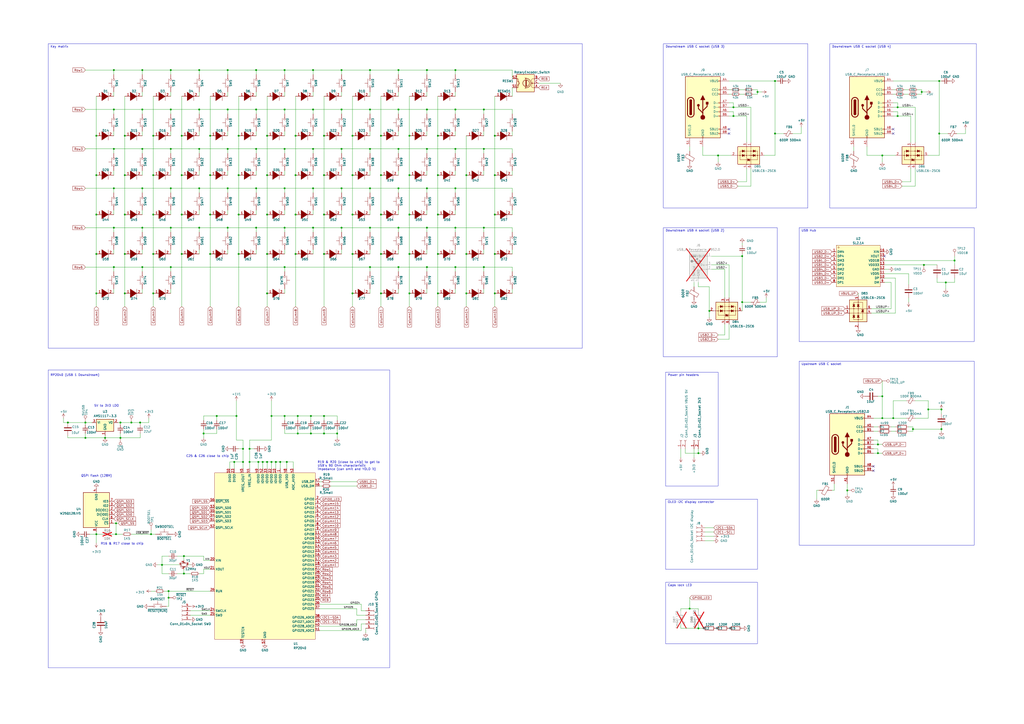
<source format=kicad_sch>
(kicad_sch (version 20230121) (generator eeschema)
  (paper "A2")
  (title_block (title "Quanta Keyboard Schematic Bare (RP2040 JLCPCBA)") (date "2023-06-11") (rev "3.0") (company "0bsilab") (comment 1 "by Lucas Placentino") (comment 2 "Version with Bare RP2040 microntroller") (comment 3 "Optimized for JLCPBC assembly service"))
  (junction (at 115.57 86.36))
  (junction (at 181.61 40.64))
  (junction (at 247.65 154.94))
  (junction (at 99.06 154.94))
  (junction (at 171.45 78.74))
  (junction (at 66.04 132.08))
  (junction (at 538.48 237.49))
  (junction (at 287.02 101.6))
  (junction (at 82.55 109.22))
  (junction (at 157.48 241.3))
  (junction (at 254 170.18))
  (junction (at 82.55 132.08))
  (junction (at 88.9 101.6))
  (junction (at 154.94 101.6))
  (junction (at 66.04 154.94))
  (junction (at 99.06 63.5))
  (junction (at 82.55 40.64))
  (junction (at 231.14 154.94))
  (junction (at 220.98 101.6))
  (junction (at 181.61 109.22))
  (junction (at 88.9 78.74))
  (junction (at 149.86 267.97))
  (junction (at 137.16 241.3))
  (junction (at 231.14 86.36))
  (junction (at 115.57 132.08))
  (junction (at 204.47 101.6))
  (junction (at 162.56 267.97))
  (junction (at 105.41 124.46))
  (junction (at 544.83 77.47))
  (junction (at 520.7 67.31))
  (junction (at 187.96 251.46))
  (junction (at 534.67 53.34))
  (junction (at 132.08 109.22))
  (junction (at 546.1 248.92))
  (junction (at 60.96 254))
  (junction (at 237.49 170.18))
  (junction (at 181.61 86.36))
  (junction (at 172.72 251.46))
  (junction (at 411.48 180.34))
  (junction (at 165.1 132.08))
  (junction (at 425.45 67.31))
  (junction (at 148.59 109.22))
  (junction (at 132.08 63.5))
  (junction (at 264.16 40.64))
  (junction (at 220.98 78.74))
  (junction (at 214.63 109.22))
  (junction (at 148.59 86.36))
  (junction (at 115.57 109.22))
  (junction (at 264.16 109.22))
  (junction (at 270.51 147.32))
  (junction (at 198.12 132.08))
  (junction (at 287.02 147.32))
  (junction (at 97.79 342.9))
  (junction (at 165.1 63.5))
  (junction (at 181.61 132.08))
  (junction (at 511.81 229.87))
  (junction (at 204.47 147.32))
  (junction (at 214.63 132.08))
  (junction (at 55.88 147.32))
  (junction (at 121.92 101.6))
  (junction (at 138.43 124.46))
  (junction (at 132.08 132.08))
  (junction (at 204.47 78.74))
  (junction (at 157.48 267.97))
  (junction (at 88.9 147.32))
  (junction (at 132.08 86.36))
  (junction (at 49.53 245.11))
  (junction (at 237.49 78.74))
  (junction (at 88.9 124.46))
  (junction (at 66.04 86.36))
  (junction (at 82.55 63.5))
  (junction (at 121.92 147.32))
  (junction (at 49.53 254))
  (junction (at 214.63 40.64))
  (junction (at 72.39 170.18))
  (junction (at 154.94 170.18))
  (junction (at 55.88 309.88))
  (junction (at 166.37 267.97))
  (junction (at 425.45 62.23))
  (junction (at 140.97 267.97))
  (junction (at 144.78 260.35))
  (junction (at 148.59 40.64))
  (junction (at 270.51 170.18))
  (junction (at 66.04 109.22))
  (junction (at 99.06 132.08))
  (junction (at 76.2 245.11))
  (junction (at 439.42 53.34))
  (junction (at 511.81 242.57))
  (junction (at 254 147.32))
  (junction (at 165.1 154.94))
  (junction (at 247.65 132.08))
  (junction (at 204.47 124.46))
  (junction (at 154.94 147.32))
  (junction (at 148.59 132.08))
  (junction (at 165.1 86.36))
  (junction (at 72.39 101.6))
  (junction (at 187.96 101.6))
  (junction (at 509.27 257.81))
  (junction (at 181.61 63.5))
  (junction (at 121.92 124.46))
  (junction (at 180.34 251.46))
  (junction (at 198.12 86.36))
  (junction (at 449.58 46.99))
  (junction (at 491.49 284.48))
  (junction (at 280.67 63.5))
  (junction (at 280.67 86.36))
  (junction (at 264.16 63.5))
  (junction (at 187.96 78.74))
  (junction (at 121.92 78.74))
  (junction (at 254 78.74))
  (junction (at 548.64 163.83))
  (junction (at 106.68 322.58))
  (junction (at 160.02 267.97))
  (junction (at 152.4 267.97))
  (junction (at 39.37 245.11))
  (junction (at 118.11 251.46))
  (junction (at 214.63 86.36))
  (junction (at 67.31 309.88))
  (junction (at 180.34 241.3))
  (junction (at 287.02 78.74))
  (junction (at 138.43 78.74))
  (junction (at 148.59 63.5))
  (junction (at 55.88 124.46))
  (junction (at 67.31 303.53))
  (junction (at 231.14 109.22))
  (junction (at 125.73 241.3))
  (junction (at 144.78 267.97))
  (junction (at 405.13 262.89))
  (junction (at 66.04 63.5))
  (junction (at 154.94 267.97))
  (junction (at 198.12 109.22))
  (junction (at 55.88 101.6))
  (junction (at 187.96 124.46))
  (junction (at 520.7 62.23))
  (junction (at 264.16 154.94))
  (junction (at 430.53 175.26))
  (junction (at 247.65 86.36))
  (junction (at 72.39 124.46))
  (junction (at 55.88 78.74))
  (junction (at 264.16 86.36))
  (junction (at 88.9 170.18))
  (junction (at 247.65 109.22))
  (junction (at 106.68 332.74))
  (junction (at 511.81 90.17))
  (junction (at 220.98 124.46))
  (junction (at 280.67 132.08))
  (junction (at 138.43 101.6))
  (junction (at 72.39 78.74))
  (junction (at 187.96 147.32))
  (junction (at 198.12 40.64))
  (junction (at 220.98 147.32))
  (junction (at 287.02 124.46))
  (junction (at 270.51 101.6))
  (junction (at 546.1 237.49))
  (junction (at 509.27 262.89))
  (junction (at 254 101.6))
  (junction (at 405.13 364.49))
  (junction (at 87.63 309.88))
  (junction (at 214.63 63.5))
  (junction (at 99.06 86.36))
  (junction (at 518.16 242.57))
  (junction (at 154.94 124.46))
  (junction (at 135.89 267.97))
  (junction (at 231.14 40.64))
  (junction (at 105.41 78.74))
  (junction (at 247.65 63.5))
  (junction (at 82.55 154.94))
  (junction (at 280.67 154.94))
  (junction (at 237.49 124.46))
  (junction (at 195.58 251.46))
  (junction (at 165.1 109.22))
  (junction (at 138.43 147.32))
  (junction (at 171.45 124.46))
  (junction (at 287.02 170.18))
  (junction (at 165.1 241.3))
  (junction (at 132.08 40.64))
  (junction (at 237.49 101.6))
  (junction (at 430.53 148.59))
  (junction (at 93.98 327.66))
  (junction (at 99.06 40.64))
  (junction (at 55.88 170.18))
  (junction (at 231.14 132.08))
  (junction (at 214.63 154.94))
  (junction (at 544.83 46.99))
  (junction (at 165.1 40.64))
  (junction (at 264.16 132.08))
  (junction (at 82.55 86.36))
  (junction (at 171.45 101.6))
  (junction (at 400.05 353.06))
  (junction (at 204.47 170.18))
  (junction (at 140.97 260.35))
  (junction (at 220.98 170.18))
  (junction (at 231.14 63.5))
  (junction (at 449.58 77.47))
  (junction (at 66.04 40.64))
  (junction (at 187.96 241.3))
  (junction (at 99.06 109.22))
  (junction (at 529.59 248.92))
  (junction (at 247.65 40.64))
  (junction (at 535.94 153.67))
  (junction (at 105.41 147.32))
  (junction (at 254 124.46))
  (junction (at 97.79 346.71))
  (junction (at 154.94 78.74))
  (junction (at 81.28 245.11))
  (junction (at 72.39 147.32))
  (junction (at 171.45 147.32))
  (junction (at 198.12 63.5))
  (junction (at 115.57 40.64))
  (junction (at 416.56 90.17))
  (junction (at 115.57 63.5))
  (junction (at 69.85 245.11))
  (junction (at 553.72 151.13))
  (junction (at 172.72 241.3))
  (junction (at 105.41 101.6))
  (junction (at 237.49 147.32))
  (junction (at 69.85 254))
  (no_connect (at 518.16 77.47))
  (no_connect (at 513.08 148.59))
  (no_connect (at 422.91 77.47))
  (no_connect (at 422.91 74.93))
  (no_connect (at 506.73 270.51))
  (no_connect (at 506.73 273.05))
  (no_connect (at 518.16 74.93))
  (wire (pts (xy 530.86 107.95) (xy 530.86 97.79)))
  (wire (pts (xy 137.16 255.27) (xy 137.16 241.3)))
  (wire (pts (xy 181.61 132.08) (xy 181.61 134.62)))
  (wire (pts (xy 231.14 154.94) (xy 247.65 154.94)))
  (wire (pts (xy 66.04 154.94) (xy 66.04 157.48)))
  (wire (pts (xy 95.25 342.9) (xy 97.79 342.9)))
  (wire (pts (xy 154.94 78.74) (xy 154.94 101.6)))
  (wire (pts (xy 231.14 167.64) (xy 231.14 170.18)))
  (wire (pts (xy 132.08 53.34) (xy 132.08 55.88)))
  (wire (pts (xy 86.36 242.57) (xy 86.36 245.11)))
  (wire (pts (xy 49.53 40.64) (xy 66.04 40.64)))
  (wire (pts (xy 505.46 179.07) (xy 516.89 179.07)))
  (wire (pts (xy 287.02 124.46) (xy 287.02 147.32)))
  (wire (pts (xy 264.16 40.64) (xy 264.16 43.18)))
  (wire (pts (xy 154.94 267.97) (xy 152.4 267.97)))
  (wire (pts (xy 209.55 354.33) (xy 212.09 354.33)))
  (wire (pts (xy 436.88 52.07) (xy 439.42 52.07)))
  (wire (pts (xy 400.05 87.63) (xy 400.05 85.09)))
  (wire (pts (xy 237.49 170.18) (xy 237.49 177.8)))
  (wire (pts (xy 72.39 170.18) (xy 72.39 177.8)))
  (wire (pts (xy 544.83 77.47) (xy 549.91 77.47)))
  (wire (pts (xy 513.08 156.21) (xy 515.62 156.21)))
  (wire (pts (xy 212.09 361.95) (xy 209.55 361.95)))
  (wire (pts (xy 264.16 144.78) (xy 264.16 147.32)))
  (wire (pts (xy 55.88 101.6) (xy 55.88 124.46)))
  (wire (pts (xy 69.85 245.11) (xy 76.2 245.11)))
  (wire (pts (xy 411.48 166.37) (xy 411.48 180.34)))
  (wire (pts (xy 394.97 364.49) (xy 405.13 364.49)))
  (wire (pts (xy 214.63 40.64) (xy 231.14 40.64)))
  (wire (pts (xy 220.98 147.32) (xy 220.98 170.18)))
  (wire (pts (xy 264.16 99.06) (xy 264.16 101.6)))
  (wire (pts (xy 180.34 251.46) (xy 187.96 251.46)))
  (wire (pts (xy 264.16 109.22) (xy 264.16 111.76)))
  (wire (pts (xy 231.14 86.36) (xy 231.14 88.9)))
  (wire (pts (xy 534.67 54.61) (xy 534.67 53.34)))
  (wire (pts (xy 414.02 311.15) (xy 408.94 311.15)))
  (wire (pts (xy 165.1 40.64) (xy 181.61 40.64)))
  (wire (pts (xy 247.65 132.08) (xy 247.65 134.62)))
  (wire (pts (xy 231.14 132.08) (xy 247.65 132.08)))
  (wire (pts (xy 132.08 86.36) (xy 148.59 86.36)))
  (wire (pts (xy 544.83 90.17) (xy 544.83 77.47)))
  (wire (pts (xy 212.09 356.87) (xy 207.01 356.87)))
  (wire (pts (xy 133.35 271.78) (xy 133.35 267.97)))
  (wire (pts (xy 82.55 154.94) (xy 99.06 154.94)))
  (wire (pts (xy 397.51 262.89) (xy 405.13 262.89)))
  (wire (pts (xy 204.47 55.88) (xy 204.47 78.74)))
  (wire (pts (xy 543.56 153.67) (xy 535.94 153.67)))
  (wire (pts (xy 237.49 78.74) (xy 237.49 101.6)))
  (wire (pts (xy 287.02 147.32) (xy 287.02 170.18)))
  (wire (pts (xy 165.1 76.2) (xy 165.1 78.74)))
  (wire (pts (xy 165.1 109.22) (xy 165.1 111.76)))
  (wire (pts (xy 247.65 99.06) (xy 247.65 101.6)))
  (wire (pts (xy 149.86 267.97) (xy 149.86 271.78)))
  (wire (pts (xy 464.82 73.66) (xy 464.82 77.47)))
  (wire (pts (xy 264.16 154.94) (xy 264.16 157.48)))
  (wire (pts (xy 247.65 154.94) (xy 247.65 157.48)))
  (wire (pts (xy 402.59 166.37) (xy 402.59 163.83)))
  (wire (pts (xy 125.73 241.3) (xy 137.16 241.3)))
  (wire (pts (xy 548.64 163.83) (xy 553.72 163.83)))
  (wire (pts (xy 144.78 255.27) (xy 144.78 260.35)))
  (wire (pts (xy 538.48 232.41) (xy 538.48 237.49)))
  (wire (pts (xy 264.16 154.94) (xy 280.67 154.94)))
  (wire (pts (xy 144.78 267.97) (xy 149.86 267.97)))
  (wire (pts (xy 157.48 232.41) (xy 157.48 241.3)))
  (wire (pts (xy 181.61 132.08) (xy 198.12 132.08)))
  (wire (pts (xy 424.18 52.07) (xy 422.91 52.07)))
  (wire (pts (xy 67.31 309.88) (xy 67.31 303.53)))
  (wire (pts (xy 115.57 132.08) (xy 132.08 132.08)))
  (wire (pts (xy 132.08 109.22) (xy 132.08 111.76)))
  (wire (pts (xy 449.58 90.17) (xy 449.58 77.47)))
  (wire (pts (xy 520.7 59.69) (xy 520.7 62.23)))
  (wire (pts (xy 99.06 40.64) (xy 115.57 40.64)))
  (wire (pts (xy 66.04 167.64) (xy 66.04 170.18)))
  (wire (pts (xy 247.65 86.36) (xy 247.65 88.9)))
  (wire (pts (xy 165.1 109.22) (xy 181.61 109.22)))
  (wire (pts (xy 231.14 76.2) (xy 231.14 78.74)))
  (wire (pts (xy 132.08 132.08) (xy 132.08 134.62)))
  (wire (pts (xy 416.56 90.17) (xy 416.56 93.98)))
  (wire (pts (xy 121.92 330.2) (xy 118.11 330.2)))
  (wire (pts (xy 546.1 46.99) (xy 544.83 46.99)))
  (wire (pts (xy 214.63 63.5) (xy 231.14 63.5)))
  (wire (pts (xy 394.97 353.06) (xy 400.05 353.06)))
  (wire (pts (xy 99.06 144.78) (xy 99.06 147.32)))
  (wire (pts (xy 171.45 147.32) (xy 171.45 177.8)))
  (wire (pts (xy 506.73 242.57) (xy 511.81 242.57)))
  (wire (pts (xy 214.63 132.08) (xy 231.14 132.08)))
  (wire (pts (xy 121.92 325.12) (xy 118.11 325.12)))
  (wire (pts (xy 121.92 78.74) (xy 121.92 101.6)))
  (wire (pts (xy 530.86 242.57) (xy 538.48 242.57)))
  (wire (pts (xy 209.55 354.33) (xy 209.55 350.52)))
  (wire (pts (xy 297.18 154.94) (xy 297.18 157.48)))
  (wire (pts (xy 449.58 77.47) (xy 449.58 46.99)))
  (wire (pts (xy 106.68 332.74) (xy 106.68 330.2)))
  (wire (pts (xy 214.63 109.22) (xy 231.14 109.22)))
  (wire (pts (xy 181.61 53.34) (xy 181.61 55.88)))
  (wire (pts (xy 138.43 124.46) (xy 138.43 147.32)))
  (wire (pts (xy 416.56 90.17) (xy 424.18 90.17)))
  (wire (pts (xy 214.63 154.94) (xy 214.63 157.48)))
  (wire (pts (xy 204.47 170.18) (xy 204.47 177.8)))
  (wire (pts (xy 433.07 105.41) (xy 433.07 97.79)))
  (wire (pts (xy 560.07 77.47) (xy 554.99 77.47)))
  (wire (pts (xy 195.58 241.3) (xy 187.96 241.3)))
  (wire (pts (xy 280.67 86.36) (xy 280.67 88.9)))
  (wire (pts (xy 115.57 63.5) (xy 132.08 63.5)))
  (wire (pts (xy 180.34 248.92) (xy 180.34 251.46)))
  (wire (pts (xy 154.94 271.78) (xy 154.94 267.97)))
  (wire (pts (xy 280.67 86.36) (xy 297.18 86.36)))
  (wire (pts (xy 530.86 82.55) (xy 530.86 62.23)))
  (wire (pts (xy 67.31 303.53) (xy 68.58 303.53)))
  (wire (pts (xy 231.14 109.22) (xy 231.14 111.76)))
  (wire (pts (xy 157.48 267.97) (xy 154.94 267.97)))
  (wire (pts (xy 69.85 246.38) (xy 69.85 245.11)))
  (wire (pts (xy 280.67 154.94) (xy 280.67 157.48)))
  (wire (pts (xy 115.57 132.08) (xy 115.57 134.62)))
  (wire (pts (xy 160.02 267.97) (xy 157.48 267.97)))
  (wire (pts (xy 523.24 105.41) (xy 528.32 105.41)))
  (wire (pts (xy 185.42 353.06) (xy 207.01 353.06)))
  (wire (pts (xy 407.67 364.49) (xy 405.13 364.49)))
  (wire (pts (xy 427.99 105.41) (xy 433.07 105.41)))
  (wire (pts (xy 115.57 53.34) (xy 115.57 55.88)))
  (wire (pts (xy 165.1 132.08) (xy 181.61 132.08)))
  (wire (pts (xy 231.14 132.08) (xy 231.14 134.62)))
  (wire (pts (xy 524.51 52.07) (xy 527.05 52.07)))
  (wire (pts (xy 546.1 248.92) (xy 546.1 250.19)))
  (wire (pts (xy 66.04 53.34) (xy 66.04 55.88)))
  (wire (pts (xy 214.63 40.64) (xy 214.63 43.18)))
  (wire (pts (xy 538.48 232.41) (xy 530.86 232.41)))
  (wire (pts (xy 165.1 248.92) (xy 165.1 251.46)))
  (wire (pts (xy 247.65 76.2) (xy 247.65 78.74)))
  (wire (pts (xy 204.47 147.32) (xy 204.47 170.18)))
  (wire (pts (xy 297.18 121.92) (xy 297.18 124.46)))
  (wire (pts (xy 247.65 40.64) (xy 264.16 40.64)))
  (wire (pts (xy 39.37 245.11) (xy 49.53 245.11)))
  (wire (pts (xy 118.11 325.12) (xy 118.11 322.58)))
  (wire (pts (xy 254 170.18) (xy 254 177.8)))
  (wire (pts (xy 66.04 132.08) (xy 82.55 132.08)))
  (wire (pts (xy 99.06 40.64) (xy 99.06 43.18)))
  (wire (pts (xy 543.56 163.83) (xy 548.64 163.83)))
  (wire (pts (xy 198.12 63.5) (xy 214.63 63.5)))
  (wire (pts (xy 516.89 163.83) (xy 513.08 163.83)))
  (wire (pts (xy 148.59 40.64) (xy 165.1 40.64)))
  (wire (pts (xy 407.67 90.17) (xy 407.67 85.09)))
  (wire (pts (xy 181.61 76.2) (xy 181.61 78.74)))
  (wire (pts (xy 132.08 109.22) (xy 148.59 109.22)))
  (wire (pts (xy 214.63 86.36) (xy 214.63 88.9)))
  (wire (pts (xy 138.43 55.88) (xy 138.43 78.74)))
  (wire (pts (xy 118.11 330.2) (xy 118.11 332.74)))
  (wire (pts (xy 162.56 271.78) (xy 162.56 267.97)))
  (wire (pts (xy 422.91 153.67) (xy 412.75 153.67)))
  (wire (pts (xy 185.42 350.52) (xy 209.55 350.52)))
  (wire (pts (xy 506.73 260.35) (xy 509.27 260.35)))
  (wire (pts (xy 67.31 309.88) (xy 71.12 309.88)))
  (wire (pts (xy 506.73 257.81) (xy 509.27 257.81)))
  (wire (pts (xy 280.67 76.2) (xy 280.67 78.74)))
  (wire (pts (xy 444.5 172.72) (xy 444.5 175.26)))
  (wire (pts (xy 237.49 147.32) (xy 237.49 170.18)))
  (wire (pts (xy 72.39 101.6) (xy 72.39 124.46)))
  (wire (pts (xy 264.16 121.92) (xy 264.16 124.46)))
  (wire (pts (xy 66.04 76.2) (xy 66.04 78.74)))
  (wire (pts (xy 36.83 242.57) (xy 36.83 245.11)))
  (wire (pts (xy 187.96 78.74) (xy 187.96 101.6)))
  (wire (pts (xy 247.65 40.64) (xy 247.65 43.18)))
  (wire (pts (xy 64.77 309.88) (xy 67.31 309.88)))
  (wire (pts (xy 520.7 67.31) (xy 528.32 67.31)))
  (wire (pts (xy 546.1 237.49) (xy 546.1 240.03)))
  (wire (pts (xy 87.63 307.34) (xy 87.63 309.88)))
  (wire (pts (xy 449.58 90.17) (xy 443.23 90.17)))
  (wire (pts (xy 204.47 101.6) (xy 204.47 124.46)))
  (wire (pts (xy 297.18 109.22) (xy 297.18 111.76)))
  (wire (pts (xy 297.18 76.2) (xy 297.18 78.74)))
  (wire (pts (xy 154.94 170.18) (xy 154.94 177.8)))
  (wire (pts (xy 66.04 63.5) (xy 82.55 63.5)))
  (wire (pts (xy 280.67 144.78) (xy 280.67 147.32)))
  (wire (pts (xy 60.96 254) (xy 60.96 252.73)))
  (wire (pts (xy 140.97 255.27) (xy 140.97 260.35)))
  (wire (pts (xy 180.34 241.3) (xy 180.34 243.84)))
  (wire (pts (xy 172.72 241.3) (xy 165.1 241.3)))
  (wire (pts (xy 528.32 105.41) (xy 528.32 97.79)))
  (wire (pts (xy 144.78 255.27) (xy 157.48 255.27)))
  (wire (pts (xy 82.55 86.36) (xy 82.55 88.9)))
  (wire (pts (xy 231.14 99.06) (xy 231.14 101.6)))
  (wire (pts (xy 420.37 172.72) (xy 420.37 156.21)))
  (wire (pts (xy 254 124.46) (xy 254 147.32)))
  (wire (pts (xy 220.98 124.46) (xy 220.98 147.32)))
  (wire (pts (xy 534.67 53.34) (xy 534.67 52.07)))
  (wire (pts (xy 181.61 109.22) (xy 198.12 109.22)))
  (wire (pts (xy 422.91 64.77) (xy 425.45 64.77)))
  (wire (pts (xy 72.39 124.46) (xy 72.39 147.32)))
  (wire (pts (xy 518.16 232.41) (xy 518.16 242.57)))
  (wire (pts (xy 99.06 86.36) (xy 115.57 86.36)))
  (wire (pts (xy 154.94 124.46) (xy 154.94 147.32)))
  (wire (pts (xy 439.42 53.34) (xy 439.42 52.07)))
  (wire (pts (xy 49.53 245.11) (xy 53.34 245.11)))
  (wire (pts (xy 121.92 55.88) (xy 121.92 78.74)))
  (wire (pts (xy 198.12 132.08) (xy 198.12 134.62)))
  (wire (pts (xy 115.57 86.36) (xy 132.08 86.36)))
  (wire (pts (xy 214.63 167.64) (xy 214.63 170.18)))
  (wire (pts (xy 82.55 132.08) (xy 82.55 134.62)))
  (wire (pts (xy 509.27 255.27) (xy 509.27 257.81)))
  (wire (pts (xy 264.16 132.08) (xy 264.16 134.62)))
  (wire (pts (xy 165.1 63.5) (xy 165.1 66.04)))
  (wire (pts (xy 99.06 109.22) (xy 99.06 111.76)))
  (wire (pts (xy 430.53 148.59) (xy 430.53 175.26)))
  (wire (pts (xy 171.45 78.74) (xy 171.45 101.6)))
  (wire (pts (xy 247.65 109.22) (xy 247.65 111.76)))
  (wire (pts (xy 72.39 78.74) (xy 72.39 101.6)))
  (wire (pts (xy 483.87 280.67) (xy 483.87 284.48)))
  (wire (pts (xy 491.49 287.02) (xy 491.49 284.48)))
  (wire (pts (xy 212.09 367.03) (xy 212.09 364.49)))
  (wire (pts (xy 519.43 54.61) (xy 518.16 54.61)))
  (wire (pts (xy 49.53 246.38) (xy 49.53 245.11)))
  (wire (pts (xy 105.41 147.32) (xy 105.41 177.8)))
  (wire (pts (xy 97.79 346.71) (xy 97.79 351.79)))
  (wire (pts (xy 106.68 332.74) (xy 110.49 332.74)))
  (wire (pts (xy 198.12 86.36) (xy 198.12 88.9)))
  (wire (pts (xy 518.16 242.57) (xy 525.78 242.57)))
  (wire (pts (xy 36.83 245.11) (xy 39.37 245.11)))
  (wire (pts (xy 81.28 251.46) (xy 81.28 254)))
  (wire (pts (xy 247.65 109.22) (xy 264.16 109.22)))
  (wire (pts (xy 115.57 99.06) (xy 115.57 101.6)))
  (wire (pts (xy 394.97 364.49) (xy 394.97 361.95)))
  (wire (pts (xy 185.42 365.76) (xy 209.55 365.76)))
  (wire (pts (xy 180.34 241.3) (xy 172.72 241.3)))
  (wire (pts (xy 106.68 322.58) (xy 118.11 322.58)))
  (wire (pts (xy 66.04 303.53) (xy 67.31 303.53)))
  (wire (pts (xy 247.65 144.78) (xy 247.65 147.32)))
  (wire (pts (xy 506.73 255.27) (xy 509.27 255.27)))
  (wire (pts (xy 264.16 86.36) (xy 264.16 88.9)))
  (wire (pts (xy 543.56 161.29) (xy 543.56 163.83)))
  (wire (pts (xy 181.61 121.92) (xy 181.61 124.46)))
  (wire (pts (xy 135.89 267.97) (xy 135.89 271.78)))
  (wire (pts (xy 198.12 99.06) (xy 198.12 101.6)))
  (wire (pts (xy 513.08 151.13) (xy 553.72 151.13)))
  (wire (pts (xy 72.39 147.32) (xy 72.39 170.18)))
  (wire (pts (xy 191.77 279.4) (xy 207.01 279.4)))
  (wire (pts (xy 125.73 241.3) (xy 125.73 243.84)))
  (wire (pts (xy 115.57 40.64) (xy 115.57 43.18)))
  (wire (pts (xy 72.39 55.88) (xy 72.39 78.74)))
  (wire (pts (xy 544.83 90.17) (xy 538.48 90.17)))
  (wire (pts (xy 172.72 248.92) (xy 172.72 251.46)))
  (wire (pts (xy 55.88 309.88) (xy 55.88 308.61)))
  (wire (pts (xy 520.7 62.23) (xy 530.86 62.23)))
  (wire (pts (xy 264.16 63.5) (xy 280.67 63.5)))
  (wire (pts (xy 231.14 144.78) (xy 231.14 147.32)))
  (wire (pts (xy 247.65 63.5) (xy 264.16 63.5)))
  (wire (pts (xy 88.9 78.74) (xy 88.9 101.6)))
  (wire (pts (xy 520.7 64.77) (xy 520.7 67.31)))
  (wire (pts (xy 99.06 167.64) (xy 99.06 170.18)))
  (wire (pts (xy 138.43 260.35) (xy 140.97 260.35)))
  (wire (pts (xy 138.43 147.32) (xy 138.43 177.8)))
  (wire (pts (xy 529.59 248.92) (xy 546.1 248.92)))
  (wire (pts (xy 198.12 121.92) (xy 198.12 124.46)))
  (wire (pts (xy 509.27 257.81) (xy 511.81 257.81)))
  (wire (pts (xy 154.94 101.6) (xy 154.94 124.46)))
  (wire (pts (xy 132.08 63.5) (xy 148.59 63.5)))
  (wire (pts (xy 425.45 62.23) (xy 435.61 62.23)))
  (wire (pts (xy 86.36 245.11) (xy 81.28 245.11)))
  (wire (pts (xy 187.96 248.92) (xy 187.96 251.46)))
  (wire (pts (xy 88.9 147.32) (xy 88.9 170.18)))
  (wire (pts (xy 125.73 248.92) (xy 125.73 251.46)))
  (wire (pts (xy 93.98 327.66) (xy 93.98 332.74)))
  (wire (pts (xy 422.91 62.23) (xy 425.45 62.23)))
  (wire (pts (xy 140.97 255.27) (xy 137.16 255.27)))
  (wire (pts (xy 118.11 241.3) (xy 125.73 241.3)))
  (wire (pts (xy 88.9 170.18) (xy 88.9 177.8)))
  (wire (pts (xy 162.56 267.97) (xy 160.02 267.97)))
  (wire (pts (xy 198.12 86.36) (xy 214.63 86.36)))
  (wire (pts (xy 181.61 109.22) (xy 181.61 111.76)))
  (wire (pts (xy 137.16 232.41) (xy 137.16 241.3)))
  (wire (pts (xy 424.18 54.61) (xy 422.91 54.61)))
  (wire (pts (xy 405.13 262.89) (xy 405.13 260.35)))
  (wire (pts (xy 414.02 308.61) (xy 408.94 308.61)))
  (wire (pts (xy 171.45 124.46) (xy 171.45 147.32)))
  (wire (pts (xy 49.53 63.5) (xy 66.04 63.5)))
  (wire (pts (xy 138.43 101.6) (xy 138.43 124.46)))
  (wire (pts (xy 394.97 265.43) (xy 394.97 260.35)))
  (wire (pts (xy 414.02 306.07) (xy 408.94 306.07)))
  (wire (pts (xy 181.61 40.64) (xy 198.12 40.64)))
  (wire (pts (xy 529.59 250.19) (xy 529.59 248.92)))
  (wire (pts (xy 170.18 271.78) (xy 170.18 267.97)))
  (wire (pts (xy 187.96 241.3) (xy 187.96 243.84)))
  (wire (pts (xy 93.98 322.58) (xy 93.98 327.66)))
  (wire (pts (xy 66.04 63.5) (xy 66.04 66.04)))
  (wire (pts (xy 165.1 86.36) (xy 165.1 88.9)))
  (wire (pts (xy 181.61 144.78) (xy 181.61 147.32)))
  (wire (pts (xy 165.1 86.36) (xy 181.61 86.36)))
  (wire (pts (xy 538.48 237.49) (xy 546.1 237.49)))
  (wire (pts (xy 407.67 90.17) (xy 416.56 90.17)))
  (wire (pts (xy 148.59 109.22) (xy 148.59 111.76)))
  (wire (pts (xy 511.81 242.57) (xy 518.16 242.57)))
  (wire (pts (xy 422.91 46.99) (xy 449.58 46.99)))
  (wire (pts (xy 195.58 248.92) (xy 195.58 251.46)))
  (wire (pts (xy 135.89 267.97) (xy 140.97 267.97)))
  (wire (pts (xy 287.02 78.74) (xy 287.02 101.6)))
  (wire (pts (xy 165.1 167.64) (xy 165.1 170.18)))
  (wire (pts (xy 527.05 54.61) (xy 524.51 54.61)))
  (wire (pts (xy 231.14 154.94) (xy 231.14 157.48)))
  (wire (pts (xy 231.14 63.5) (xy 231.14 66.04)))
  (wire (pts (xy 297.18 40.64) (xy 297.18 45.72)))
  (wire (pts (xy 297.18 144.78) (xy 297.18 147.32)))
  (wire (pts (xy 195.58 241.3) (xy 195.58 243.84)))
  (wire (pts (xy 198.12 53.34) (xy 198.12 55.88)))
  (wire (pts (xy 185.42 279.4) (xy 186.69 279.4)))
  (wire (pts (xy 66.04 86.36) (xy 66.04 88.9)))
  (wire (pts (xy 187.96 124.46) (xy 187.96 147.32)))
  (wire (pts (xy 518.16 59.69) (xy 520.7 59.69)))
  (wire (pts (xy 312.42 48.26) (xy 325.12 48.26)))
  (wire (pts (xy 247.65 121.92) (xy 247.65 124.46)))
  (wire (pts (xy 527.05 165.1) (xy 527.05 158.75)))
  (wire (pts (xy 450.85 46.99) (xy 449.58 46.99)))
  (wire (pts (xy 82.55 76.2) (xy 82.55 78.74)))
  (wire (pts (xy 110.49 356.87) (xy 121.92 356.87)))
  (wire (pts (xy 439.42 53.34) (xy 441.96 53.34)))
  (wire (pts (xy 170.18 267.97) (xy 166.37 267.97)))
  (wire (pts (xy 118.11 243.84) (xy 118.11 241.3)))
  (wire (pts (xy 82.55 109.22) (xy 82.55 111.76)))
  (wire (pts (xy 181.61 86.36) (xy 181.61 88.9)))
  (wire (pts (xy 473.71 289.56) (xy 473.71 284.48)))
  (wire (pts (xy 132.08 76.2) (xy 132.08 78.74)))
  (wire (pts (xy 157.48 271.78) (xy 157.48 267.97)))
  (wire (pts (xy 247.65 154.94) (xy 264.16 154.94)))
  (wire (pts (xy 97.79 346.71) (xy 97.79 342.9)))
  (wire (pts (xy 82.55 63.5) (xy 99.06 63.5)))
  (wire (pts (xy 39.37 254) (xy 49.53 254)))
  (wire (pts (xy 459.74 77.47) (xy 464.82 77.47)))
  (wire (pts (xy 405.13 364.49) (xy 405.13 361.95)))
  (wire (pts (xy 198.12 109.22) (xy 214.63 109.22)))
  (wire (pts (xy 405.13 166.37) (xy 405.13 163.83)))
  (wire (pts (xy 115.57 109.22) (xy 115.57 111.76)))
  (wire (pts (xy 148.59 76.2) (xy 148.59 78.74)))
  (wire (pts (xy 82.55 109.22) (xy 99.06 109.22)))
  (wire (pts (xy 115.57 332.74) (xy 118.11 332.74)))
  (wire (pts (xy 144.78 271.78) (xy 144.78 267.97)))
  (wire (pts (xy 416.56 196.85) (xy 422.91 196.85)))
  (wire (pts (xy 144.78 260.35) (xy 144.78 267.97)))
  (wire (pts (xy 166.37 267.97) (xy 162.56 267.97)))
  (wire (pts (xy 529.59 247.65) (xy 527.05 247.65)))
  (wire (pts (xy 231.14 86.36) (xy 247.65 86.36)))
  (wire (pts (xy 99.06 132.08) (xy 115.57 132.08)))
  (wire (pts (xy 436.88 54.61) (xy 439.42 54.61)))
  (wire (pts (xy 538.48 237.49) (xy 538.48 242.57)))
  (wire (pts (xy 121.92 101.6) (xy 121.92 124.46)))
  (wire (pts (xy 394.97 353.06) (xy 394.97 354.33)))
  (wire (pts (xy 49.53 254) (xy 60.96 254)))
  (wire (pts (xy 420.37 156.21) (xy 412.75 156.21)))
  (wire (pts (xy 280.67 154.94) (xy 297.18 154.94)))
  (wire (pts (xy 93.98 322.58) (xy 97.79 322.58)))
  (wire (pts (xy 435.61 107.95) (xy 435.61 97.79)))
  (wire (pts (xy 220.98 78.74) (xy 220.98 101.6)))
  (wire (pts (xy 287.02 170.18) (xy 287.02 177.8)))
  (wire (pts (xy 411.48 180.34) (xy 411.48 184.15)))
  (wire (pts (xy 99.06 53.34) (xy 99.06 55.88)))
  (wire (pts (xy 165.1 241.3) (xy 165.1 243.84)))
  (wire (pts (xy 99.06 132.08) (xy 99.06 134.62)))
  (wire (pts (xy 397.51 260.35) (xy 397.51 262.89)))
  (wire (pts (xy 115.57 109.22) (xy 132.08 109.22)))
  (wire (pts (xy 106.68 322.58) (xy 106.68 325.12)))
  (wire (pts (xy 414.02 313.69) (xy 408.94 313.69)))
  (wire (pts (xy 198.12 109.22) (xy 198.12 111.76)))
  (wire (pts (xy 231.14 53.34) (xy 231.14 55.88)))
  (wire (pts (xy 422.91 59.69) (xy 425.45 59.69)))
  (wire (pts (xy 297.18 63.5) (xy 297.18 66.04)))
  (wire (pts (xy 439.42 54.61) (xy 439.42 53.34)))
  (wire (pts (xy 495.3 87.63) (xy 495.3 85.09)))
  (wire (pts (xy 430.53 140.97) (xy 430.53 142.24)))
  (wire (pts (xy 66.04 86.36) (xy 82.55 86.36)))
  (wire (pts (xy 187.96 55.88) (xy 187.96 78.74)))
  (wire (pts (xy 405.13 354.33) (xy 405.13 353.06)))
  (wire (pts (xy 505.46 181.61) (xy 519.43 181.61)))
  (wire (pts (xy 148.59 109.22) (xy 165.1 109.22)))
  (wire (pts (xy 449.58 77.47) (xy 454.66 77.47)))
  (wire (pts (xy 157.48 255.27) (xy 157.48 241.3)))
  (wire (pts (xy 532.13 54.61) (xy 534.67 54.61)))
  (wire (pts (xy 105.41 78.74) (xy 105.41 101.6)))
  (wire (pts (xy 264.16 63.5) (xy 264.16 66.04)))
  (wire (pts (xy 87.63 342.9) (xy 90.17 342.9)))
  (wire (pts (xy 264.16 167.64) (xy 264.16 170.18)))
  (wire (pts (xy 99.06 154.94) (xy 165.1 154.94)))
  (wire (pts (xy 148.59 121.92) (xy 148.59 124.46)))
  (wire (pts (xy 270.51 147.32) (xy 270.51 170.18)))
  (wire (pts (xy 509.27 260.35) (xy 509.27 262.89)))
  (wire (pts (xy 254 101.6) (xy 254 124.46)))
  (wire (pts (xy 513.08 153.67) (xy 535.94 153.67)))
  (wire (pts (xy 99.06 63.5) (xy 99.06 66.04)))
  (wire (pts (xy 171.45 101.6) (xy 171.45 124.46)))
  (wire (pts (xy 148.59 144.78) (xy 148.59 147.32)))
  (wire (pts (xy 422.91 67.31) (xy 425.45 67.31)))
  (wire (pts (xy 191.77 281.94) (xy 207.01 281.94)))
  (wire (pts (xy 66.04 109.22) (xy 66.04 111.76)))
  (wire (pts (xy 207.01 356.87) (xy 207.01 353.06)))
  (wire (pts (xy 110.49 354.33) (xy 121.92 354.33)))
  (wire (pts (xy 511.81 229.87) (xy 511.81 242.57)))
  (wire (pts (xy 185.42 363.22) (xy 207.01 363.22)))
  (wire (pts (xy 118.11 251.46) (xy 118.11 248.92)))
  (wire (pts (xy 264.16 53.34) (xy 264.16 55.88)))
  (wire (pts (xy 132.08 40.64) (xy 148.59 40.64)))
  (wire (pts (xy 231.14 109.22) (xy 247.65 109.22)))
  (wire (pts (xy 91.44 327.66) (xy 93.98 327.66)))
  (wire (pts (xy 529.59 248.92) (xy 529.59 247.65)))
  (wire (pts (xy 231.14 63.5) (xy 247.65 63.5)))
  (wire (pts (xy 132.08 86.36) (xy 132.08 88.9)))
  (wire (pts (xy 165.1 154.94) (xy 214.63 154.94)))
  (wire (pts (xy 553.72 161.29) (xy 553.72 163.83)))
  (wire (pts (xy 172.72 251.46) (xy 180.34 251.46)))
  (wire (pts (xy 518.16 232.41) (xy 525.78 232.41)))
  (wire (pts (xy 132.08 132.08) (xy 148.59 132.08)))
  (wire (pts (xy 99.06 76.2) (xy 99.06 78.74)))
  (wire (pts (xy 76.2 245.11) (xy 81.28 245.11)))
  (wire (pts (xy 509.27 262.89) (xy 511.81 262.89)))
  (wire (pts (xy 171.45 55.88) (xy 171.45 78.74)))
  (wire (pts (xy 231.14 40.64) (xy 231.14 43.18)))
  (wire (pts (xy 214.63 76.2) (xy 214.63 78.74)))
  (wire (pts (xy 519.43 247.65) (xy 516.89 247.65)))
  (wire (pts (xy 165.1 251.46) (xy 172.72 251.46)))
  (wire (pts (xy 99.06 121.92) (xy 99.06 124.46)))
  (wire (pts (xy 165.1 132.08) (xy 165.1 134.62)))
  (wire (pts (xy 148.59 86.36) (xy 148.59 88.9)))
  (wire (pts (xy 254 78.74) (xy 254 101.6)))
  (wire (pts (xy 55.88 309.88) (xy 55.88 314.96)))
  (wire (pts (xy 97.79 351.79) (xy 96.52 351.79)))
  (wire (pts (xy 148.59 132.08) (xy 165.1 132.08)))
  (wire (pts (xy 165.1 99.06) (xy 165.1 101.6)))
  (wire (pts (xy 115.57 121.92) (xy 115.57 124.46)))
  (wire (pts (xy 506.73 262.89) (xy 509.27 262.89)))
  (wire (pts (xy 132.08 63.5) (xy 132.08 66.04)))
  (wire (pts (xy 511.81 90.17) (xy 511.81 93.98)))
  (wire (pts (xy 66.04 154.94) (xy 82.55 154.94)))
  (wire (pts (xy 99.06 86.36) (xy 99.06 88.9)))
  (wire (pts (xy 105.41 55.88) (xy 105.41 78.74)))
  (wire (pts (xy 115.57 40.64) (xy 132.08 40.64)))
  (wire (pts (xy 518.16 62.23) (xy 520.7 62.23)))
  (wire (pts (xy 49.53 154.94) (xy 66.04 154.94)))
  (wire (pts (xy 39.37 252.73) (xy 39.37 254)))
  (wire (pts (xy 237.49 101.6) (xy 237.49 124.46)))
  (wire (pts (xy 55.88 78.74) (xy 55.88 101.6)))
  (wire (pts (xy 400.05 346.71) (xy 400.05 353.06)))
  (wire (pts (xy 115.57 86.36) (xy 115.57 88.9)))
  (wire (pts (xy 264.16 86.36) (xy 280.67 86.36)))
  (wire (pts (xy 52.07 309.88) (xy 55.88 309.88)))
  (wire (pts (xy 247.65 53.34) (xy 247.65 55.88)))
  (wire (pts (xy 519.43 250.19) (xy 516.89 250.19)))
  (wire (pts (xy 152.4 271.78) (xy 152.4 267.97)))
  (wire (pts (xy 560.07 77.47) (xy 560.07 74.93)))
  (wire (pts (xy 66.04 109.22) (xy 82.55 109.22)))
  (wire (pts (xy 214.63 121.92) (xy 214.63 124.46)))
  (wire (pts (xy 430.53 175.26) (xy 435.61 175.26)))
  (wire (pts (xy 433.07 82.55) (xy 433.07 67.31)))
  (wire (pts (xy 148.59 132.08) (xy 148.59 134.62)))
  (wire (pts (xy 519.43 181.61) (xy 519.43 161.29)))
  (wire (pts (xy 297.18 99.06) (xy 297.18 101.6)))
  (wire (pts (xy 55.88 170.18) (xy 55.88 177.8)))
  (wire (pts (xy 148.59 63.5) (xy 148.59 66.04)))
  (wire (pts (xy 115.57 63.5) (xy 115.57 66.04)))
  (wire (pts (xy 297.18 50.8) (xy 297.18 55.88)))
  (wire (pts (xy 422.91 172.72) (xy 422.91 153.67)))
  (wire (pts (xy 214.63 144.78) (xy 214.63 147.32)))
  (wire (pts (xy 204.47 124.46) (xy 204.47 147.32)))
  (wire (pts (xy 88.9 124.46) (xy 88.9 147.32)))
  (wire (pts (xy 497.84 170.18) (xy 497.84 171.45)))
  (wire (pts (xy 231.14 121.92) (xy 231.14 124.46)))
  (wire (pts (xy 181.61 86.36) (xy 198.12 86.36)))
  (wire (pts (xy 198.12 132.08) (xy 214.63 132.08)))
  (wire (pts (xy 97.79 332.74) (xy 93.98 332.74)))
  (wire (pts (xy 99.06 99.06) (xy 99.06 101.6)))
  (wire (pts (xy 68.58 245.11) (xy 69.85 245.11)))
  (wire (pts (xy 165.1 40.64) (xy 165.1 43.18)))
  (wire (pts (xy 425.45 64.77) (xy 425.45 67.31)))
  (wire (pts (xy 220.98 55.88) (xy 220.98 78.74)))
  (wire (pts (xy 527.05 172.72) (xy 527.05 175.26)))
  (wire (pts (xy 148.59 53.34) (xy 148.59 55.88)))
  (wire (pts (xy 402.59 265.43) (xy 402.59 260.35)))
  (wire (pts (xy 166.37 271.78) (xy 166.37 267.97)))
  (wire (pts (xy 152.4 267.97) (xy 149.86 267.97)))
  (wire (pts (xy 553.72 153.67) (xy 553.72 151.13)))
  (wire (pts (xy 546.1 247.65) (xy 546.1 248.92)))
  (wire (pts (xy 81.28 245.11) (xy 81.28 246.38)))
  (wire (pts (xy 427.99 107.95) (xy 435.61 107.95)))
  (wire (pts (xy 429.26 52.07) (xy 431.8 52.07)))
  (wire (pts (xy 66.04 132.08) (xy 66.04 134.62)))
  (wire (pts (xy 430.53 175.26) (xy 430.53 180.34)))
  (wire (pts (xy 247.65 132.08) (xy 264.16 132.08)))
  (wire (pts (xy 527.05 250.19) (xy 529.59 250.19)))
  (wire (pts (xy 214.63 63.5) (xy 214.63 66.04)))
  (wire (pts (xy 181.61 63.5) (xy 198.12 63.5)))
  (wire (pts (xy 187.96 251.46) (xy 195.58 251.46)))
  (wire (pts (xy 49.53 251.46) (xy 49.53 254)))
  (wire (pts (xy 132.08 144.78) (xy 132.08 147.32)))
  (wire (pts (xy 518.16 46.99) (xy 544.83 46.99)))
  (wire (pts (xy 264.16 76.2) (xy 264.16 78.74)))
  (wire (pts (xy 49.53 132.08) (xy 66.04 132.08)))
  (wire (pts (xy 264.16 40.64) (xy 297.18 40.64)))
  (wire (pts (xy 185.42 281.94) (xy 186.69 281.94)))
  (wire (pts (xy 160.02 271.78) (xy 160.02 267.97)))
  (wire (pts (xy 220.98 101.6) (xy 220.98 124.46)))
  (wire (pts (xy 204.47 78.74) (xy 204.47 101.6)))
  (wire (pts (xy 516.89 179.07) (xy 516.89 163.83)))
  (wire (pts (xy 425.45 67.31) (xy 433.07 67.31)))
  (wire (pts (xy 82.55 40.64) (xy 82.55 43.18)))
  (wire (pts (xy 148.59 63.5) (xy 165.1 63.5)))
  (wire (pts (xy 154.94 147.32) (xy 154.94 170.18)))
  (wire (pts (xy 431.8 54.61) (xy 429.26 54.61)))
  (wire (pts (xy 280.67 132.08) (xy 280.67 134.62)))
  (wire (pts (xy 237.49 55.88) (xy 237.49 78.74)))
  (wire (pts (xy 59.69 309.88) (xy 55.88 309.88)))
  (wire (pts (xy 435.61 82.55) (xy 435.61 62.23)))
  (wire (pts (xy 237.49 124.46) (xy 237.49 147.32)))
  (wire (pts (xy 157.48 241.3) (xy 165.1 241.3)))
  (wire (pts (xy 430.53 147.32) (xy 430.53 148.59)))
  (wire (pts (xy 66.04 40.64) (xy 82.55 40.64)))
  (wire (pts (xy 534.67 53.34) (xy 537.21 53.34)))
  (wire (pts (xy 214.63 53.34) (xy 214.63 55.88)))
  (wire (pts (xy 132.08 99.06) (xy 132.08 101.6)))
  (wire (pts (xy 172.72 241.3) (xy 172.72 243.84)))
  (wire (pts (xy 154.94 55.88) (xy 154.94 78.74)))
  (wire (pts (xy 214.63 99.06) (xy 214.63 101.6)))
  (wire (pts (xy 214.63 109.22) (xy 214.63 111.76)))
  (wire (pts (xy 66.04 40.64) (xy 66.04 43.18)))
  (wire (pts (xy 55.88 55.88) (xy 55.88 78.74)))
  (wire (pts (xy 511.81 90.17) (xy 519.43 90.17)))
  (wire (pts (xy 82.55 86.36) (xy 99.06 86.36)))
  (wire (pts (xy 66.04 144.78) (xy 66.04 147.32)))
  (wire (pts (xy 198.12 40.64) (xy 198.12 43.18)))
  (wire (pts (xy 405.13 262.89) (xy 406.4 262.89)))
  (wire (pts (xy 195.58 251.46) (xy 195.58 254)))
  (wire (pts (xy 88.9 101.6) (xy 88.9 124.46)))
  (wire (pts (xy 165.1 154.94) (xy 165.1 157.48)))
  (wire (pts (xy 400.05 353.06) (xy 405.13 353.06)))
  (wire (pts (xy 198.12 40.64) (xy 214.63 40.64)))
  (wire (pts (xy 49.53 109.22) (xy 66.04 109.22)))
  (wire (pts (xy 280.67 132.08) (xy 297.18 132.08)))
  (wire (pts (xy 509.27 247.65) (xy 506.73 247.65)))
  (wire (pts (xy 121.92 147.32) (xy 121.92 177.8)))
  (wire (pts (xy 82.55 63.5) (xy 82.55 66.04)))
  (wire (pts (xy 82.55 40.64) (xy 99.06 40.64)))
  (wire (pts (xy 231.14 40.64) (xy 247.65 40.64)))
  (wire (pts (xy 254 55.88) (xy 254 78.74)))
  (wire (pts (xy 280.67 63.5) (xy 280.67 66.04)))
  (wire (pts (xy 519.43 161.29) (xy 513.08 161.29)))
  (wire (pts (xy 207.01 359.41) (xy 207.01 363.22)))
  (wire (pts (xy 99.06 109.22) (xy 115.57 109.22)))
  (wire (pts (xy 519.43 52.07) (xy 518.16 52.07)))
  (wire (pts (xy 121.92 124.46) (xy 121.92 147.32)))
  (wire (pts (xy 82.55 132.08) (xy 99.06 132.08)))
  (wire (pts (xy 220.98 170.18) (xy 220.98 177.8)))
  (wire (pts (xy 214.63 132.08) (xy 214.63 134.62)))
  (wire (pts (xy 511.81 229.87) (xy 509.27 229.87)))
  (wire (pts (xy 82.55 167.64) (xy 82.55 170.18)))
  (wire (pts (xy 528.32 82.55) (xy 528.32 67.31)))
  (wire (pts (xy 523.24 107.95) (xy 530.86 107.95)))
  (wire (pts (xy 82.55 121.92) (xy 82.55 124.46)))
  (wire (pts (xy 209.55 361.95) (xy 209.55 365.76)))
  (wire (pts (xy 118.11 251.46) (xy 118.11 254)))
  (wire (pts (xy 297.18 86.36) (xy 297.18 88.9)))
  (wire (pts (xy 420.37 194.31) (xy 420.37 187.96)))
  (wire (pts (xy 133.35 267.97) (xy 135.89 267.97)))
  (wire (pts (xy 416.56 194.31) (xy 420.37 194.31)))
  (wire (pts (xy 280.67 99.06) (xy 280.67 101.6)))
  (wire (pts (xy 287.02 101.6) (xy 287.02 124.46)))
  (wire (pts (xy 88.9 55.88) (xy 88.9 78.74)))
  (wire (pts (xy 69.85 251.46) (xy 69.85 254)))
  (wire (pts (xy 509.27 250.19) (xy 506.73 250.19)))
  (wire (pts (xy 513.08 158.75) (xy 527.05 158.75)))
  (wire (pts (xy 247.65 167.64) (xy 247.65 170.18)))
  (wire (pts (xy 518.16 64.77) (xy 520.7 64.77)))
  (wire (pts (xy 66.04 121.92) (xy 66.04 124.46)))
  (wire (pts (xy 280.67 167.64) (xy 280.67 170.18)))
  (wire (pts (xy 280.67 63.5) (xy 297.18 63.5)))
  (wire (pts (xy 104.14 327.66) (xy 93.98 327.66)))
  (wire (pts (xy 511.81 220.98) (xy 511.81 229.87)))
  (wire (pts (xy 181.61 63.5) (xy 181.61 66.04)))
  (wire (pts (xy 502.92 90.17) (xy 502.92 85.09)))
  (wire (pts (xy 76.2 309.88) (xy 87.63 309.88)))
  (wire (pts (xy 82.55 154.94) (xy 82.55 157.48)))
  (wire (pts (xy 82.55 144.78) (xy 82.55 147.32)))
  (wire (pts (xy 81.28 254) (xy 69.85 254)))
  (wire (pts (xy 473.71 284.48) (xy 474.98 284.48)))
  (wire (pts (xy 99.06 63.5) (xy 115.57 63.5)))
  (wire (pts (xy 102.87 332.74) (xy 106.68 332.74)))
  (wire (pts (xy 270.51 170.18) (xy 270.51 177.8)))
  (wire (pts (xy 247.65 86.36) (xy 264.16 86.36)))
  (wire (pts (xy 254 147.32) (xy 254 170.18)))
  (wire (pts (xy 165.1 53.34) (xy 165.1 55.88)))
  (wire (pts (xy 411.48 166.37) (xy 405.13 166.37)))
  (wire (pts (xy 165.1 63.5) (xy 181.61 63.5)))
  (wire (pts (xy 140.97 271.78) (xy 140.97 267.97)))
  (wire (pts (xy 214.63 86.36) (xy 231.14 86.36)))
  (wire (pts (xy 125.73 251.46) (xy 118.11 251.46)))
  (wire (pts (xy 270.51 101.6) (xy 270.51 147.32)))
  (wire (pts (xy 518.16 67.31) (xy 520.7 67.31)))
  (wire (pts (xy 198.12 63.5) (xy 198.12 66.04)))
  (wire (pts (xy 297.18 132.08) (xy 297.18 134.62)))
  (wire (pts (xy 49.53 86.36) (xy 66.04 86.36)))
  (wire (pts (xy 247.65 63.5) (xy 247.65 66.04)))
  (wire (pts (xy 105.41 124.46) (xy 105.41 147.32)))
  (wire (pts (xy 115.57 76.2) (xy 115.57 78.74)))
  (wire (pts (xy 553.72 148.59) (xy 553.72 151.13)))
  (wire (pts (xy 412.75 148.59) (xy 430.53 148.59)))
  (wire (pts (xy 287.02 55.88) (xy 287.02 78.74)))
  (wire (pts (xy 548.64 167.64) (xy 548.64 163.83)))
  (wire (pts (xy 90.17 309.88) (xy 87.63 309.88)))
  (wire (pts (xy 187.96 101.6) (xy 187.96 124.46)))
  (wire (pts (xy 181.61 99.06) (xy 181.61 101.6)))
  (wire (pts (xy 214.63 154.94) (xy 231.14 154.94)))
  (wire (pts (xy 97.79 342.9) (xy 121.92 342.9)))
  (wire (pts (xy 165.1 121.92) (xy 165.1 124.46)))
  (wire (pts (xy 69.85 254) (xy 60.96 254)))
  (wire (pts (xy 264.16 132.08) (xy 280.67 132.08)))
  (wire (pts (xy 132.08 40.64) (xy 132.08 43.18)))
  (wire (pts (xy 198.12 76.2) (xy 198.12 78.74)))
  (wire (pts (xy 212.09 359.41) (xy 207.01 359.41)))
  (wire (pts (xy 264.16 109.22) (xy 297.18 109.22)))
  (wire (pts (xy 82.55 53.34) (xy 82.55 55.88)))
  (wire (pts (xy 491.49 280.67) (xy 491.49 284.48)))
  (wire (pts (xy 132.08 121.92) (xy 132.08 124.46)))
  (wire (pts (xy 198.12 144.78) (xy 198.12 147.32)))
  (wire (pts (xy 148.59 86.36) (xy 165.1 86.36)))
  (wire (pts (xy 502.92 90.17) (xy 511.81 90.17)))
  (wire (pts (xy 138.43 78.74) (xy 138.43 101.6)))
  (wire (pts (xy 148.59 40.64) (xy 148.59 43.18)))
  (wire (pts (xy 105.41 101.6) (xy 105.41 124.46)))
  (wire (pts (xy 55.88 124.46) (xy 55.88 147.32)))
  (wire (pts (xy 82.55 99.06) (xy 82.55 101.6)))
  (wire (pts (xy 425.45 59.69) (xy 425.45 62.23)))
  (wire (pts (xy 422.91 196.85) (xy 422.91 187.96)))
  (wire (pts (xy 187.96 241.3) (xy 180.34 241.3)))
  (wire (pts (xy 297.18 167.64) (xy 297.18 170.18)))
  (wire (pts (xy 55.88 147.32) (xy 55.88 170.18)))
  (wire (pts (xy 187.96 147.32) (xy 187.96 177.8)))
  (wire (pts (xy 99.06 154.94) (xy 99.06 157.48)))
  (wire (pts (xy 483.87 284.48) (xy 482.6 284.48)))
  (wire (pts (xy 440.69 175.26) (xy 444.5 175.26)))
  (wire (pts (xy 66.04 99.06) (xy 66.04 101.6)))
  (wire (pts (xy 140.97 260.35) (xy 140.97 267.97)))
  (wire (pts (xy 270.51 78.74) (xy 270.51 101.6)))
  (wire (pts (xy 109.22 327.66) (xy 110.49 327.66)))
  (wire (pts (xy 532.13 52.07) (xy 534.67 52.07)))
  (wire (pts (xy 544.83 77.47) (xy 544.83 46.99)))
  (wire (pts (xy 181.61 40.64) (xy 181.61 43.18)))
  (wire (pts (xy 102.87 322.58) (xy 106.68 322.58)))
  (wire (pts (xy 165.1 144.78) (xy 165.1 147.32)))
  (wire (pts (xy 144.78 260.35) (xy 147.32 260.35)))
  (wire (pts (xy 148.59 99.06) (xy 148.59 101.6)))
  (wire (pts (xy 115.57 144.78) (xy 115.57 147.32)))
  (rectangle (start 463.55 132.08) (end 565.15 198.12))
  (rectangle (start 27.94 25.4) (end 337.82 201.93))
  (rectangle (start 463.55 209.55) (end 565.15 316.23))
  (rectangle (start 384.81 25.4) (end 468.63 120.65))
  (rectangle (start 386.08 337.82) (end 439.42 373.38))
  (rectangle (start 384.81 132.08) (end 450.85 207.01))
  (rectangle (start 386.08 289.56) (end 439.42 330.2))
  (rectangle (start 386.08 215.9) (end 416.56 281.94))
  (rectangle (start 27.94 214.63) (end 226.06 387.35))
  (rectangle (start 481.33 25.4) (end 566.42 120.65))
  (text "Downstream USB C socket (USB 3)" (at 386.08 27.94 0) (effects (font (size 1.27 1.27)) (justify left bottom)))
  (text "OLED I2C display connector" (at 387.35 292.1 0) (effects (font (size 1.27 1.27)) (justify left bottom)))
  (text "Downstream USB C socket (USB 4)" (at 482.6 27.94 0) (effects (font (size 1.27 1.27)) (justify left bottom)))
  (text "R16 & R17 close to chip" (at 58.42 316.23 0) (effects (font (size 1.27 1.27)) (justify left bottom)))
  (text "QSPI flash (128M)" (at 46.99 276.86 0) (effects (font (size 1.27 1.27)) (justify left bottom)))
  (text "5V to 3V3 LDO" (at 54.61 236.22 0) (effects (font (size 1.27 1.27)) (justify left bottom)))
  (text "Key matrix\n" (at 29.21 27.94 0) (effects (font (size 1.27 1.27)) (justify left bottom)))
  (text "C25 & C26 close to chip" (at 107.95 265.43 0) (effects (font (size 1.27 1.27)) (justify left bottom)))
  (text "Upstream USB C socket\n" (at 464.82 212.09 0) (effects (font (size 1.27 1.27)) (justify left bottom)))
  (text "Downstream USB A socket (USB 2)" (at 386.08 134.62 0) (effects (font (size 1.27 1.27)) (justify left bottom)))
  (text "RP2040 (USB 1 Downstream)" (at 29.21 218.44 0) (effects (font (size 1.27 1.27)) (justify left bottom)))
  (text "R19 & R20 (close to chip) to get to\nUSB's 90 Ohm characteristic\nimpedance (can omit and YOLO it)" (at 184.15 273.05 0) (effects (font (size 1.27 1.27)) (justify left bottom)))
  (text "USB Hub" (at 464.82 134.62 0) (effects (font (size 1.27 1.27)) (justify left bottom)))
  (text "Power pin headers\n" (at 387.35 218.44 0) (effects (font (size 1.27 1.27)) (justify left bottom)))
  (text "Caps lock LED" (at 387.35 340.36 0) (effects (font (size 1.27 1.27)) (justify left bottom)))
  (label "USBUP+" (at 508 181.61 0))
  (label "~{USB_BOOT}" (at 78.74 309.88 0) (effects (font (size 1 1))))
  (label "USB3-" (at 427.99 62.23 0))
  (label "SWCLK" (at 116.84 354.33 0) (effects (font (size 1 1))))
  (label "XIN" (at 118.9133 325.12 0) (effects (font (size 1 1))))
  (label "GPIO28_ADC2" (at 196.85 363.22 0) (effects (font (size 1 1))))
  (label "GPIO29_ADC3" (at 198.12 365.76 0) (effects (font (size 1 1))))
  (label "USB2+" (at 415.29 153.67 0))
  (label "GPIO24" (at 203.2 350.52 0) (effects (font (size 1 1))))
  (label "XOUT" (at 118.11 330.2 0) (effects (font (size 1 1))))
  (label "~{RESET}" (at 107.95 342.9 0) (effects (font (size 1 1))))
  (label "USB2-" (at 415.29 156.21 0))
  (label "USB4-" (at 523.24 62.23 0))
  (label "USB3+" (at 427.99 67.31 0))
  (label "SWD" (at 116.84 356.87 0) (effects (font (size 1 1))))
  (label "USBUP-" (at 508 179.07 0))
  (label "USB4+" (at 523.24 67.31 0))
  (label "GPIO25" (at 199.39 353.06 0) (effects (font (size 1 1))))
  (global_label "I2C1-SCL" (shape input) (at 414.02 308.61 0) (property "Intersheetrefs" "${INTERSHEET_REFS}" (effects hide)))
  (global_label "QSPI_SCLK" (shape input) (at 121.92 306.07 180) (property "Intersheetrefs" "${INTERSHEET_REFS}" (effects hide)))
  (global_label "USB4_D+" (shape input) (at 523.24 105.41 180) (property "Intersheetrefs" "${INTERSHEET_REFS}" (effects hide)))
  (global_label "Row2" (shape input) (at 49.53 63.5 180) (property "Intersheetrefs" "${INTERSHEET_REFS}" (effects hide)))
  (global_label "Row2" (shape input) (at 185.42 332.74 0) (property "Intersheetrefs" "${INTERSHEET_REFS}" (effects hide)))
  (global_label "USB3_D+" (shape input) (at 427.99 105.41 180) (property "Intersheetrefs" "${INTERSHEET_REFS}" (effects hide)))
  (global_label "USB1_D-" (shape input) (at 482.6 151.13 180) (property "Intersheetrefs" "${INTERSHEET_REFS}" (effects hide)))
  (global_label "USB4_D-" (shape input) (at 482.6 156.21 180) (property "Intersheetrefs" "${INTERSHEET_REFS}" (effects hide)))
  (global_label "USB3_D-" (shape input) (at 482.6 161.29 180) (property "Intersheetrefs" "${INTERSHEET_REFS}" (effects hide)))
  (global_label "Column5" (shape input) (at 121.92 177.8 270) (property "Intersheetrefs" "${INTERSHEET_REFS}" (effects hide)))
  (global_label "REA" (shape input) (at 312.42 50.8 0) (property "Intersheetrefs" "${INTERSHEET_REFS}" (effects hide)))
  (global_label "QSPI_SD3" (shape input) (at 66.04 290.83 0) (property "Intersheetrefs" "${INTERSHEET_REFS}" (effects hide)))
  (global_label "Row1" (shape input) (at 49.53 40.64 180) (property "Intersheetrefs" "${INTERSHEET_REFS}" (effects hide)))
  (global_label "Column6" (shape input) (at 138.43 177.8 270) (property "Intersheetrefs" "${INTERSHEET_REFS}" (effects hide)))
  (global_label "Column14" (shape input) (at 270.51 177.8 270) (property "Intersheetrefs" "${INTERSHEET_REFS}" (effects hide)))
  (global_label "USB4_D+" (shape input) (at 482.6 158.75 180) (property "Intersheetrefs" "${INTERSHEET_REFS}" (effects hide)))
  (global_label "GPIO0_LED" (shape input) (at 185.42 289.56 0) (property "Intersheetrefs" "${INTERSHEET_REFS}" (effects hide)))
  (global_label "Column13" (shape input) (at 254 177.8 270) (property "Intersheetrefs" "${INTERSHEET_REFS}" (effects hide)))
  (global_label "Column11" (shape input) (at 185.42 302.26 0) (property "Intersheetrefs" "${INTERSHEET_REFS}" (effects hide)))
  (global_label "Column1" (shape input) (at 55.88 177.8 270) (property "Intersheetrefs" "${INTERSHEET_REFS}" (effects hide)))
  (global_label "QSPI_SD1" (shape input) (at 121.92 297.18 180) (property "Intersheetrefs" "${INTERSHEET_REFS}" (effects hide)))
  (global_label "Column15" (shape input) (at 185.42 292.1 0) (property "Intersheetrefs" "${INTERSHEET_REFS}" (effects hide)))
  (global_label "Column8" (shape input) (at 171.45 177.8 270) (property "Intersheetrefs" "${INTERSHEET_REFS}" (effects hide)))
  (global_label "Row4" (shape input) (at 185.42 337.82 0) (property "Intersheetrefs" "${INTERSHEET_REFS}" (effects hide)))
  (global_label "Row5" (shape input) (at 49.53 132.08 180) (property "Intersheetrefs" "${INTERSHEET_REFS}" (effects hide)))
  (global_label "Column10" (shape input) (at 185.42 304.8 0) (property "Intersheetrefs" "${INTERSHEET_REFS}" (effects hide)))
  (global_label "USB2_D+" (shape input) (at 416.56 196.85 180) (property "Intersheetrefs" "${INTERSHEET_REFS}" (effects hide)))
  (global_label "QSPI_SS" (shape input) (at 121.92 290.83 180) (property "Intersheetrefs" "${INTERSHEET_REFS}" (effects hide)))
  (global_label "Column13" (shape input) (at 185.42 297.18 0) (property "Intersheetrefs" "${INTERSHEET_REFS}" (effects hide)))
  (global_label "Column12" (shape input) (at 185.42 299.72 0) (property "Intersheetrefs" "${INTERSHEET_REFS}" (effects hide)))
  (global_label "USB2_D+" (shape input) (at 482.6 148.59 180) (property "Intersheetrefs" "${INTERSHEET_REFS}" (effects hide)))
  (global_label "USB_UP_D-" (shape input) (at 511.81 257.81 0) (property "Intersheetrefs" "${INTERSHEET_REFS}" (effects hide)))
  (global_label "Column3" (shape input) (at 185.42 322.58 0) (property "Intersheetrefs" "${INTERSHEET_REFS}" (effects hide)))
  (global_label "Row4" (shape input) (at 49.53 109.22 180) (property "Intersheetrefs" "${INTERSHEET_REFS}" (effects hide)))
  (global_label "I2C1-SDA" (shape input) (at 414.02 306.07 0) (property "Intersheetrefs" "${INTERSHEET_REFS}" (effects hide)))
  (global_label "USB_UP_D+" (shape input) (at 511.81 262.89 0) (property "Intersheetrefs" "${INTERSHEET_REFS}" (effects hide)))
  (global_label "USB3_D-" (shape input) (at 427.99 107.95 180) (property "Intersheetrefs" "${INTERSHEET_REFS}" (effects hide)))
  (global_label "I2C1-SDA" (shape input) (at 185.42 358.14 0) (property "Intersheetrefs" "${INTERSHEET_REFS}" (effects hide)))
  (global_label "VBUS_UP" (shape input) (at 511.81 220.98 180) (property "Intersheetrefs" "${INTERSHEET_REFS}" (effects hide)))
  (global_label "USB1_D+" (shape input) (at 482.6 153.67 180) (property "Intersheetrefs" "${INTERSHEET_REFS}" (effects hide)))
  (global_label "QSPI_SD2" (shape input) (at 121.92 299.72 180) (property "Intersheetrefs" "${INTERSHEET_REFS}" (effects hide)))
  (global_label "Column6" (shape input) (at 185.42 314.96 0) (property "Intersheetrefs" "${INTERSHEET_REFS}" (effects hide)))
  (global_label "Column2" (shape input) (at 185.42 325.12 0) (property "Intersheetrefs" "${INTERSHEET_REFS}" (effects hide)))
  (global_label "Column1" (shape input) (at 185.42 327.66 0) (property "Intersheetrefs" "${INTERSHEET_REFS}" (effects hide)))
  (global_label "Row3" (shape input) (at 49.53 86.36 180) (property "Intersheetrefs" "${INTERSHEET_REFS}" (effects hide)))
  (global_label "Row1" (shape input) (at 185.42 330.2 0) (property "Intersheetrefs" "${INTERSHEET_REFS}" (effects hide)))
  (global_label "USB2_D-" (shape input) (at 482.6 146.05 180) (property "Intersheetrefs" "${INTERSHEET_REFS}" (effects hide)))
  (global_label "QSPI_SS" (shape input) (at 68.58 303.53 0) (property "Intersheetrefs" "${INTERSHEET_REFS}" (effects hide)))
  (global_label "REA" (shape input) (at 185.42 345.44 0) (property "Intersheetrefs" "${INTERSHEET_REFS}" (effects hide)))
  (global_label "Row6" (shape input) (at 185.42 342.9 0) (property "Intersheetrefs" "${INTERSHEET_REFS}" (effects hide)))
  (global_label "Column7" (shape input) (at 185.42 312.42 0) (property "Intersheetrefs" "${INTERSHEET_REFS}" (effects hide)))
  (global_label "I2C1-SCL" (shape input) (at 185.42 360.68 0) (property "Intersheetrefs" "${INTERSHEET_REFS}" (effects hide)))
  (global_label "VBUS_UP" (shape input) (at 497.84 170.18 180) (property "Intersheetrefs" "${INTERSHEET_REFS}" (effects hide)))
  (global_label "USB_UP_D-" (shape input) (at 490.22 179.07 180) (property "Intersheetrefs" "${INTERSHEET_REFS}" (effects hide)))
  (global_label "QSPI_SCLK" (shape input) (at 66.04 300.99 0) (property "Intersheetrefs" "${INTERSHEET_REFS}" (effects hide)))
  (global_label "USB4_D-" (shape input) (at 523.24 107.95 180) (property "Intersheetrefs" "${INTERSHEET_REFS}" (effects hide)))
  (global_label "Column10" (shape input) (at 204.47 177.8 270) (property "Intersheetrefs" "${INTERSHEET_REFS}" (effects hide)))
  (global_label "Column7" (shape input) (at 154.94 177.8 270) (property "Intersheetrefs" "${INTERSHEET_REFS}" (effects hide)))
  (global_label "USB1_D+" (shape input) (at 207.01 279.4 0) (property "Intersheetrefs" "${INTERSHEET_REFS}" (effects hide)))
  (global_label "Column8" (shape input) (at 185.42 309.88 0) (property "Intersheetrefs" "${INTERSHEET_REFS}" (effects hide)))
  (global_label "Column9" (shape input) (at 187.96 177.8 270) (property "Intersheetrefs" "${INTERSHEET_REFS}" (effects hide)))
  (global_label "QSPI_SD1" (shape input) (at 66.04 295.91 0) (property "Intersheetrefs" "${INTERSHEET_REFS}" (effects hide)))
  (global_label "REB" (shape input) (at 185.42 347.98 0) (property "Intersheetrefs" "${INTERSHEET_REFS}" (effects hide)))
  (global_label "USB2_D-" (shape input) (at 416.56 194.31 180) (property "Intersheetrefs" "${INTERSHEET_REFS}" (effects hide)))
  (global_label "USB_UP_D+" (shape input) (at 490.22 181.61 180) (property "Intersheetrefs" "${INTERSHEET_REFS}" (effects hide)))
  (global_label "USB3_D+" (shape input) (at 482.6 163.83 180) (property "Intersheetrefs" "${INTERSHEET_REFS}" (effects hide)))
  (global_label "Column3" (shape input) (at 88.9 177.8 270) (property "Intersheetrefs" "${INTERSHEET_REFS}" (effects hide)))
  (global_label "Row6" (shape input) (at 49.53 154.94 180) (property "Intersheetrefs" "${INTERSHEET_REFS}" (effects hide)))
  (global_label "Column4" (shape input) (at 185.42 320.04 0) (property "Intersheetrefs" "${INTERSHEET_REFS}" (effects hide)))
  (global_label "QSPI_SD0" (shape input) (at 121.92 294.64 180) (property "Intersheetrefs" "${INTERSHEET_REFS}" (effects hide)))
  (global_label "QSPI_SD2" (shape input) (at 66.04 293.37 0) (property "Intersheetrefs" "${INTERSHEET_REFS}" (effects hide)))
  (global_label "GPIO0_LED" (shape input) (at 400.05 346.71 0) (property "Intersheetrefs" "${INTERSHEET_REFS}" (effects hide)))
  (global_label "Column4" (shape input) (at 105.41 177.8 270) (property "Intersheetrefs" "${INTERSHEET_REFS}" (effects hide)))
  (global_label "Row3" (shape input) (at 185.42 335.28 0) (property "Intersheetrefs" "${INTERSHEET_REFS}" (effects hide)))
  (global_label "Column14" (shape input) (at 185.42 294.64 0) (property "Intersheetrefs" "${INTERSHEET_REFS}" (effects hide)))
  (global_label "USB1_D-" (shape input) (at 207.01 281.94 0) (property "Intersheetrefs" "${INTERSHEET_REFS}" (effects hide)))
  (global_label "Column15" (shape input) (at 287.02 177.8 270) (property "Intersheetrefs" "${INTERSHEET_REFS}" (effects hide)))
  (global_label "Column2" (shape input) (at 72.39 177.8 270) (property "Intersheetrefs" "${INTERSHEET_REFS}" (effects hide)))
  (global_label "Row5" (shape input) (at 185.42 340.36 0) (property "Intersheetrefs" "${INTERSHEET_REFS}" (effects hide)))
  (global_label "Column9" (shape input) (at 185.42 307.34 0) (property "Intersheetrefs" "${INTERSHEET_REFS}" (effects hide)))
  (global_label "QSPI_SD0" (shape input) (at 66.04 298.45 0) (property "Intersheetrefs" "${INTERSHEET_REFS}" (effects hide)))
  (global_label "Column5" (shape input) (at 185.42 317.5 0) (property "Intersheetrefs" "${INTERSHEET_REFS}" (effects hide)))
  (global_label "Column11" (shape input) (at 220.98 177.8 270) (property "Intersheetrefs" "${INTERSHEET_REFS}" (effects hide)))
  (global_label "QSPI_SD3" (shape input) (at 121.92 302.26 180) (property "Intersheetrefs" "${INTERSHEET_REFS}" (effects hide)))
  (global_label "Column12" (shape input) (at 237.49 177.8 270) (property "Intersheetrefs" "${INTERSHEET_REFS}" (effects hide)))
  (global_label "REB" (shape input) (at 312.42 45.72 0) (property "Intersheetrefs" "${INTERSHEET_REFS}" (effects hide)))
  (symbol (lib_id "pspice:DIODE") (at 209.55 55.88 0) (unit 1)
    (property "Reference" "D10" (at 209.8753 52.8798 0))
    (property "Value" "DIODE" (effects hide))
    (property "Footprint" "Diode_SMD:D_SOD-123" (effects hide))
  )
  (symbol (lib_id "pspice:DIODE") (at 176.53 55.88 0) (unit 1)
    (property "Reference" "D8" (at 176.8553 52.8798 0))
    (property "Value" "DIODE" (effects hide))
    (property "Footprint" "Diode_SMD:D_SOD-123" (effects hide))
  )
  (symbol (lib_id "power:GND") (at 511.81 93.98 0) (unit 1)
    (property "Reference" "#PWR015" (effects hide))
    (property "Value" "GND" (at 511.81 97.79 0))
  )
  (symbol (lib_id "power:GND") (at 118.11 254 0) (unit 1)
    (property "Reference" "#PWR022" (effects hide))
    (property "Value" "GND" (at 120.1359 257.8588 0) (effects (justify right)))
  )
  (symbol (lib_id "Connector:Conn_01x05_Socket") (at 217.17 359.41 0) (unit 1)
    (property "Reference" "J10" (at 213.36 350.52 0) (effects (justify left)))
    (property "Value" "Conn_01x05_Socket GPIOs" (at 218.44 368.3 90) (effects (justify left)))
    (property "Footprint" "Connector_PinHeader_2.54mm:PinHeader_1x05_P2.54mm_Vertical" (effects hide))
  )
  (symbol (lib_id "Device:R_Small") (at 529.59 52.07 90) (unit 1)
    (property "Reference" "R6" (at 529.59 52.07 90))
    (property "Value" "15k" (at 529.5233 50.0323 90))
    (property "Footprint" "Resistor_SMD:R_0603_1608Metric_Pad0.98x0.95mm_HandSolder" (effects hide))
    (property "JLCPCB" "C22809" (effects hide))
  )
  (symbol (lib_id "Connector:TestPoint") (at 511.81 220.98 270) (unit 1)
    (property "Reference" "TP13" (at 516.1782 220.0309 90) (effects (justify left)))
    (property "Value" "VBUS_UP" (at 516.1386 221.8499 90) (effects (justify left)))
    (property "Footprint" "TestPoint:TestPoint_Pad_D1.5mm" (effects hide))
  )
  (symbol (lib_name "SW_Push_1") (lib_id "Switch:SW_Push") (at 297.18 93.98 90) (unit 1)
    (property "Reference" "SW43" (at 298.8448 93.9477 0))
    (property "Value" "SW_Push" (effects hide))
    (property "Footprint" "Button_Switch_Keyboard:SW_Cherry_MX_1.00u_PCB" (effects hide))
  )
  (symbol (lib_id "Device:C") (at 543.56 157.48 0) (unit 1)
    (property "Reference" "C1" (at 546.1 156.21 0) (effects (justify left)))
    (property "Value" "10uF" (at 546.1 158.75 0) (effects (justify left)))
    (property "Footprint" "Capacitor_SMD:C_0603_1608Metric_Pad1.08x0.95mm_HandSolder" (effects hide))
    (property "JLCPCB" "C96446" (effects hide))
  )
  (symbol (lib_name "SW_Push_1") (lib_id "Switch:SW_Push") (at 115.57 116.84 90) (unit 1)
    (property "Reference" "SW47" (at 117.2348 116.8077 0))
    (property "Value" "SW_Push" (effects hide))
    (property "Footprint" "Button_Switch_Keyboard:SW_Cherry_MX_1.00u_PCB" (effects hide))
  )
  (symbol (lib_id "SL2.1a:SL2.1A") (at 497.84 154.94 0) (unit 1)
    (property "Reference" "U2" (at 497.84 138.43 0))
    (property "Value" "SL2.1A" (at 497.84 140.97 0))
    (property "Footprint" "SL2.1a:SOP-16_L10.0-W3.9-P1.27-LS6.0-BL" (effects hide))
    (property "Datasheet" "https://lcsc.com/product-detail/Others_CoreChips-SL2-1A_C192893.html" (effects hide))
    (property "Manufacturer" "CoreChips(和芯润德)" (effects hide))
    (property "LCSC Part" "C192893" (effects hide))
    (property "JLC Part" "Extended Part" (effects hide))
    (property "Datasheets" "https://datasheet.lcsc.com/lcsc/1811151645_CoreChips-SL2-1A_C192893.pdf" (effects hide))
  )
  (symbol (lib_id "Device:FerriteBead") (at 402.59 170.18 180) (unit 1)
    (property "Reference" "FB2" (at 398.78 170.18 90))
    (property "Value" "600R" (at 396.24 170.18 90))
    (property "Footprint" "PCM_Ferrite_SMD_Handsoldering_AKL:Ferrite_0805_2012Metric" (effects hide))
    (property "JLCPCB part numb" "C1017" (effects hide))
  )
  (symbol (lib_name "SW_Push_1") (lib_id "Switch:SW_Push") (at 297.18 139.7 90) (unit 1)
    (property "Reference" "SW72" (at 298.8448 139.6677 0))
    (property "Value" "SW_Push" (effects hide))
    (property "Footprint" "Button_Switch_Keyboard:SW_Cherry_MX_1.00u_PCB" (effects hide))
  )
  (symbol (lib_name "SW_Push_1") (lib_id "Switch:SW_Push") (at 66.04 71.12 90) (unit 1)
    (property "Reference" "SW14" (at 67.7048 71.0877 0))
    (property "Value" "SW_Push" (effects hide))
    (property "Footprint" "Button_Switch_Keyboard:SW_Cherry_MX_1.00u_PCB" (effects hide))
  )
  (symbol (lib_id "pspice:DIODE") (at 226.06 101.6 0) (mirror x) (unit 1)
    (property "Reference" "D39" (at 226.3853 104.6002 0))
    (property "Value" "DIODE" (effects hide))
    (property "Footprint" "Diode_SMD:D_SOD-123" (effects hide))
  )
  (symbol (lib_name "SW_Push_1") (lib_id "Switch:SW_Push") (at 165.1 162.56 270) (unit 1)
    (property "Reference" "SW76" (at 163.4352 162.5923 0))
    (property "Value" "SW_Push" (effects hide))
    (property "Footprint" "PCM_Switch_Keyboard_Cherry_MX:SW_Cherry_MX_PCB_6.25u" (effects hide))
  )
  (symbol (lib_id "Device:C") (at 58.42 361.95 180) (unit 1)
    (property "Reference" "C28" (at 54.61 360.68 90) (effects (justify left)))
    (property "Value" "10uF" (at 61.4941 359.9021 90) (effects (justify left)))
    (property "Footprint" "Capacitor_SMD:C_0603_1608Metric_Pad1.08x0.95mm_HandSolder" (effects hide))
    (property "JLCPCB" "C96446" (effects hide))
  )
  (symbol (lib_id "PCM_4ms_Power-symbol:+5V") (at 394.97 265.43 180) (unit 1)
    (property "Reference" "#PWR017" (effects hide))
    (property "Value" "+5V" (at 394.97 269.24 90) (effects (justify left)))
  )
  (symbol (lib_name "SW_Push_1") (lib_id "Switch:SW_Push") (at 82.55 139.7 90) (unit 1)
    (property "Reference" "SW59" (at 84.2148 139.6677 0))
    (property "Value" "SW_Push" (effects hide))
    (property "Footprint" "Button_Switch_Keyboard:SW_Cherry_MX_1.00u_PCB" (effects hide))
  )
  (symbol (lib_id "pspice:DIODE") (at 143.51 124.46 0) (mirror x) (unit 1)
    (property "Reference" "D49" (at 143.8353 127.4602 0))
    (property "Value" "DIODE" (effects hide))
    (property "Footprint" "Diode_SMD:D_SOD-123" (effects hide))
  )
  (symbol (lib_id "pspice:DIODE") (at 143.51 147.32 0) (mirror x) (unit 1)
    (property "Reference" "D63" (at 143.8353 150.3202 0))
    (property "Value" "DIODE" (effects hide))
    (property "Footprint" "Diode_SMD:D_SOD-123" (effects hide))
  )
  (symbol (lib_id "power:+3V3") (at 157.48 232.41 0) (unit 1)
    (property "Reference" "#PWR047" (effects hide))
    (property "Value" "+3V3" (at 157.48 228.6 0))
  )
  (symbol (lib_name "SW_Push_1") (lib_id "Switch:SW_Push") (at 148.59 139.7 90) (unit 1)
    (property "Reference" "SW63" (at 150.2548 139.6677 0))
    (property "Value" "SW_Push" (effects hide))
    (property "Footprint" "Button_Switch_Keyboard:SW_Cherry_MX_1.00u_PCB" (effects hide))
  )
  (symbol (lib_id "Device:R") (at 419.1 364.49 90) (unit 1)
    (property "Reference" "R13" (at 419.1 364.49 90) (effects (justify left)))
    (property "Value" "120R" (at 421.919 362.2686 90) (effects (justify left)))
    (property "Footprint" "Resistor_SMD:R_0603_1608Metric_Pad0.98x0.95mm_HandSolder" (effects hide))
    (property "JLCPCB" "C22787" (effects hide))
  )
  (symbol (lib_id "Device:C_Small") (at 453.39 46.99 90) (unit 1)
    (property "Reference" "C5" (at 453.3963 41.91 90))
    (property "Value" "100uF" (at 453.3963 44.45 90))
    (property "Footprint" "Capacitor_SMD:C_1206_3216Metric_Pad1.33x1.80mm_HandSolder" (effects hide))
    (property "JLCPCB" "C15008" (effects hide))
  )
  (symbol (lib_id "pspice:DIODE") (at 93.98 124.46 0) (mirror x) (unit 1)
    (property "Reference" "D46" (at 94.3053 127.4602 0))
    (property "Value" "DIODE" (effects hide))
    (property "Footprint" "Diode_SMD:D_SOD-123" (effects hide))
  )
  (symbol (lib_name "SW_Push_1") (lib_id "Switch:SW_Push") (at 165.1 71.12 90) (unit 1)
    (property "Reference" "SW20" (at 166.7648 71.0877 0))
    (property "Value" "SW_Push" (effects hide))
    (property "Footprint" "Button_Switch_Keyboard:SW_Cherry_MX_1.00u_PCB" (effects hide))
  )
  (symbol (lib_id "pspice:DIODE") (at 176.53 147.32 0) (mirror x) (unit 1)
    (property "Reference" "D65" (at 176.8553 150.3202 0))
    (property "Value" "DIODE" (effects hide))
    (property "Footprint" "Diode_SMD:D_SOD-123" (effects hide))
  )
  (symbol (lib_id "pspice:DIODE") (at 209.55 101.6 0) (unit 1)
    (property "Reference" "D38" (at 209.8753 98.5998 0))
    (property "Value" "DIODE" (effects hide))
    (property "Footprint" "Diode_SMD:D_SOD-123" (effects hide))
  )
  (symbol (lib_id "Device:R") (at 523.24 250.19 90) (unit 1)
    (property "Reference" "R3" (at 523.24 250.19 90) (effects (justify left)))
    (property "Value" "120R" (at 525.7963 252.402 90) (effects (justify left)))
    (property "Footprint" "Resistor_SMD:R_0603_1608Metric_Pad0.98x0.95mm_HandSolder" (effects hide))
    (property "JLCPCB" "C22787" (effects hide))
  )
  (symbol (lib_id "pspice:DIODE") (at 176.53 124.46 0) (mirror x) (unit 1)
    (property "Reference" "D51" (at 176.8553 127.4602 0))
    (property "Value" "DIODE" (effects hide))
    (property "Footprint" "Diode_SMD:D_SOD-123" (effects hide))
  )
  (symbol (lib_id "PCM_Diode_TVS_AKL:USBLC6-2SC6") (at 422.91 180.34 270) (unit 1)
    (property "Reference" "D84" (at 426.72 186.69 90))
    (property "Value" "USBLC6-2SC6" (at 430.53 189.23 90))
    (property "Footprint" "Package_TO_SOT_SMD:SOT-23-6_Handsoldering" (effects hide))
    (property "Datasheet" "https://www.tme.eu/Document/db59d28d28a96c34f26d05f234ff409c/USBLC6-2.pdf" (effects hide))
  )
  (symbol (lib_id "PCM_4ms_Power-symbol:+5V") (at 560.07 74.93 0) (unit 1)
    (property "Reference" "#PWR011" (effects hide))
    (property "Value" "+5V" (at 560.07 71.12 0))
  )
  (symbol (lib_name "SW_Push_1") (lib_id "Switch:SW_Push") (at 264.16 93.98 90) (unit 1)
    (property "Reference" "SW41" (at 265.8248 93.9477 0))
    (property "Value" "SW_Push" (effects hide))
    (property "Footprint" "Button_Switch_Keyboard:SW_Cherry_MX_1.00u_PCB" (effects hide))
  )
  (symbol (lib_id "Device:R_Small") (at 529.59 54.61 90) (unit 1)
    (property "Reference" "R9" (at 529.59 54.61 90))
    (property "Value" "15k" (at 530.1505 56.4243 90))
    (property "Footprint" "Resistor_SMD:R_0603_1608Metric_Pad0.98x0.95mm_HandSolder" (effects hide))
    (property "JLCPCB" "C22809" (effects hide))
  )
  (symbol (lib_name "SW_Push_1") (lib_id "Switch:SW_Push") (at 148.59 116.84 90) (unit 1)
    (property "Reference" "SW49" (at 150.2548 116.8077 0))
    (property "Value" "SW_Push" (effects hide))
    (property "Footprint" "Button_Switch_Keyboard:SW_Cherry_MX_1.00u_PCB" (effects hide))
  )
  (symbol (lib_id "pspice:DIODE") (at 193.04 124.46 0) (mirror x) (unit 1)
    (property "Reference" "D52" (at 193.3653 127.4602 0))
    (property "Value" "DIODE" (effects hide))
    (property "Footprint" "Diode_SMD:D_SOD-123" (effects hide))
  )
  (symbol (lib_id "power:GND") (at 58.42 365.76 0) (unit 1)
    (property "Reference" "#PWR054" (effects hide))
    (property "Value" "GND" (at 58.42 370.84 90))
  )
  (symbol (lib_id "PCM_4ms_Power-symbol:+5V") (at 546.1 237.49 0) (unit 1)
    (property "Reference" "#PWR021" (effects hide))
    (property "Value" "+5V" (at 546.1 233.68 0))
  )
  (symbol (lib_id "power:GND") (at 414.02 313.69 90) (unit 1)
    (property "Reference" "#PWR027" (effects hide))
    (property "Value" "GND" (at 417.83 313.69 90) (effects (justify right)))
  )
  (symbol (lib_id "power:+5V") (at 444.5 172.72 0) (unit 1)
    (property "Reference" "#PWR035" (effects hide))
    (property "Value" "+5V" (at 444.5 168.91 0))
  )
  (symbol (lib_id "Device:C_Small") (at 100.33 322.58 270) (unit 1)
    (property "Reference" "C10" (at 100.33 320.04 90))
    (property "Value" "30pF" (at 100.33 325.12 90))
    (property "Footprint" "Capacitor_SMD:C_0603_1608Metric_Pad1.08x0.95mm_HandSolder" (effects hide))
    (property "JLCPCB" "C1658" (effects hide))
  )
  (symbol (lib_id "RP2040 (JLC):RP2040") (at 153.67 325.12 0) (unit 1)
    (property "Reference" "U1" (at 170.18 373.38 0) (effects (justify left)))
    (property "Value" "RP2040" (at 170.18 375.92 0) (effects (justify left)))
    (property "Footprint" "Package_DFN_QFN:QFN-56-1EP_7x7mm_P0.4mm_EP3.2x3.2mm" (effects hide))
    (property "Manufacturer" "Raspberry Pi(树莓派)" (effects hide))
    (property "LCSC Part" "C2040" (effects hide))
    (property "JLC Part" "Extended Part" (effects hide))
  )
  (symbol (lib_id "Device:C_Small") (at 187.96 246.38 0) (unit 1)
    (property "Reference" "C21" (at 189.3672 245.3355 0) (effects (justify left)))
    (property "Value" "100nF" (at 188.5763 248.3105 0) (effects (justify left)))
    (property "Footprint" "Resistor_SMD:R_0603_1608Metric_Pad0.98x0.95mm_HandSolder" (effects hide))
    (property "JLCPCB" "C14663" (effects hide))
  )
  (symbol (lib_id "power:GND") (at 495.3 95.25 0) (unit 1)
    (property "Reference" "#PWR016" (effects hide))
    (property "Value" "GND" (at 495.3 99.06 0))
  )
  (symbol (lib_name "SW_Push_1") (lib_id "Switch:SW_Push") (at 280.67 162.56 90) (unit 1)
    (property "Reference" "SW81" (at 282.3348 162.5277 0))
    (property "Value" "SW_Push" (effects hide))
    (property "Footprint" "Button_Switch_Keyboard:SW_Cherry_MX_1.00u_PCB" (effects hide))
  )
  (symbol (lib_id "pspice:DIODE") (at 275.59 101.6 0) (mirror x) (unit 1)
    (property "Reference" "D42" (at 275.9153 104.6002 0))
    (property "Value" "DIODE" (effects hide))
    (property "Footprint" "Diode_SMD:D_SOD-123" (effects hide))
  )
  (symbol (lib_id "PCM_Diode_TVS_AKL:USBLC6-2SC6") (at 497.84 179.07 0) (unit 1)
    (property "Reference" "D83" (at 499.4911 170.18 0) (effects (justify left)))
    (property "Value" "USBLC6-2SC6" (at 499.4911 172.72 0) (effects (justify left)))
    (property "Footprint" "Package_TO_SOT_SMD:SOT-23-6_Handsoldering" (effects hide))
    (property "Datasheet" "https://www.tme.eu/Document/db59d28d28a96c34f26d05f234ff409c/USBLC6-2.pdf" (effects hide))
  )
  (symbol (lib_name "SW_Push_1") (lib_id "Switch:SW_Push") (at 181.61 48.26 90) (unit 1)
    (property "Reference" "SW8" (at 183.2748 48.2277 0))
    (property "Value" "SW_Push" (effects hide))
    (property "Footprint" "Button_Switch_Keyboard:SW_Cherry_MX_1.00u_PCB" (effects hide))
  )
  (symbol (lib_name "SW_Push_1") (lib_id "Switch:SW_Push") (at 231.14 71.12 90) (unit 1)
    (property "Reference" "SW24" (at 232.8048 71.0877 0))
    (property "Value" "SW_Push" (effects hide))
    (property "Footprint" "Button_Switch_Keyboard:SW_Cherry_MX_1.00u_PCB" (effects hide))
  )
  (symbol (lib_id "Connector:Conn_01x02_Socket") (at 394.97 255.27 90) (unit 1)
    (property "Reference" "J2" (at 395.605 254 0) (effects (justify left)))
    (property "Value" "Conn_01x02_Socket VBUS 5V" (at 398.145 254 0) (effects (justify left)))
    (property "Footprint" "Connector_PinHeader_2.54mm:PinHeader_1x02_P2.54mm_Vertical" (effects hide))
  )
  (symbol (lib_id "pspice:DIODE") (at 127 101.6 0) (unit 1)
    (property "Reference" "D33" (at 127.3253 98.5998 0))
    (property "Value" "DIODE" (effects hide))
    (property "Footprint" "Diode_SMD:D_SOD-123" (effects hide))
  )
  (symbol (lib_id "Connector:TestPoint") (at 49.53 245.11 0) (unit 1)
    (property "Reference" "TP4" (at 50.2745 239.1067 90))
    (property "Value" "5VUSB" (at 48.3393 237.9693 90))
    (property "Footprint" "TestPoint:TestPoint_Pad_D1.5mm" (effects hide))
  )
  (symbol (lib_id "power:GND") (at 402.59 173.99 0) (unit 1)
    (property "Reference" "#PWR06" (effects hide))
    (property "Value" "GND" (at 402.59 177.8 0))
  )
  (symbol (lib_id "Device:C_Small") (at 172.72 246.38 0) (unit 1)
    (property "Reference" "C19" (at 174.1272 245.3355 0) (effects (justify left)))
    (property "Value" "100nF" (at 173.3363 248.3105 0) (effects (justify left)))
    (property "Footprint" "Resistor_SMD:R_0603_1608Metric_Pad0.98x0.95mm_HandSolder" (effects hide))
    (property "JLCPCB" "C14663" (effects hide))
  )
  (symbol (lib_id "Device:R") (at 513.08 247.65 90) (unit 1)
    (property "Reference" "R4" (at 513.08 247.65 90) (effects (justify left)))
    (property "Value" "4k99" (at 515.4664 245.4426 90) (effects (justify left)))
    (property "Footprint" "Resistor_SMD:R_0603_1608Metric_Pad0.98x0.95mm_HandSolder" (effects hide))
    (property "JLCPCB" "C23046" (effects hide))
  )
  (symbol (lib_id "pspice:DIODE") (at 77.47 170.18 0) (mirror x) (unit 1)
    (property "Reference" "D74" (at 77.7953 173.1802 0))
    (property "Value" "DIODE" (effects hide))
    (property "Footprint" "Diode_SMD:D_SOD-123" (effects hide))
  )
  (symbol (lib_id "Device:C") (at 505.46 229.87 90) (unit 1)
    (property "Reference" "C4" (at 506.73 226.06 90) (effects (justify left)))
    (property "Value" "10uF" (at 507.5079 232.9441 90) (effects (justify left)))
    (property "Footprint" "Capacitor_SMD:C_0603_1608Metric_Pad1.08x0.95mm_HandSolder" (effects hide))
    (property "JLCPCB" "C96446" (effects hide))
  )
  (symbol (lib_name "SW_Push_1") (lib_id "Switch:SW_Push") (at 280.67 139.7 90) (unit 1)
    (property "Reference" "SW71" (at 282.3348 139.6677 0))
    (property "Value" "SW_Push" (effects hide))
    (property "Footprint" "Button_Switch_Keyboard:SW_Cherry_MX_1.00u_PCB" (effects hide))
  )
  (symbol (lib_id "Device:LED") (at 405.13 358.14 90) (unit 1) (in_bom no) (dnp yes)
    (property "Reference" "D88" (at 401.32 359.41 0))
    (property "Value" "Amber LED" (at 402.9192 358.9145 0))
    (property "Footprint" "LED_THT:LED_D3.0mm_Clear" (effects hide))
  )
  (symbol (lib_id "pspice:DIODE") (at 77.47 55.88 0) (unit 1)
    (property "Reference" "D2" (at 77.7953 52.8798 0))
    (property "Value" "DIODE" (effects hide))
    (property "Footprint" "Diode_SMD:D_SOD-123" (effects hide))
  )
  (symbol (lib_id "pspice:DIODE") (at 60.96 124.46 0) (mirror x) (unit 1)
    (property "Reference" "D44" (at 61.2853 127.4602 0))
    (property "Value" "DIODE" (effects hide))
    (property "Footprint" "Diode_SMD:D_SOD-123" (effects hide))
  )
  (symbol (lib_name "SW_Push_1") (lib_id "Switch:SW_Push") (at 297.18 71.12 90) (unit 1)
    (property "Reference" "SW28" (at 298.8448 71.0877 0))
    (property "Value" "SW_Push" (effects hide))
    (property "Footprint" "Button_Switch_Keyboard:SW_Cherry_MX_1.00u_PCB" (effects hide))
  )
  (symbol (lib_id "Device:R_Small") (at 521.97 52.07 90) (unit 1)
    (property "Reference" "R5" (at 521.97 52.07 90))
    (property "Value" "43k" (at 522.035 50.0184 90))
    (property "Footprint" "Resistor_SMD:R_0603_1608Metric_Pad0.98x0.95mm_HandSolder" (effects hide))
    (property "JLCPCB" "C23172" (effects hide))
  )
  (symbol (lib_id "Switch:SW_Push") (at 95.25 309.88 0) (unit 1)
    (property "Reference" "SWBOOTSEL" (at 95.4399 305.4889 0))
    (property "Value" "~{BOOTSEL}" (at 95.25 312.42 0))
    (property "Footprint" "Button_Switch_SMD:SW_Push_1P1T_XKB_TS-1187A" (effects hide))
    (property "JLCPCB" "C318884" (effects hide))
  )
  (symbol (lib_id "power:GND") (at 455.93 46.99 90) (unit 1)
    (property "Reference" "#PWR036" (effects hide))
    (property "Value" "GND" (at 457.2 44.45 90) (effects (justify right)))
  )
  (symbol (lib_id "Device:C_Small") (at 135.89 260.35 270) (unit 1)
    (property "Reference" "C25" (at 137.16 262.89 0) (effects (justify left)))
    (property "Value" "1uF" (at 134.62 262.89 0) (effects (justify left)))
    (property "Footprint" "Resistor_SMD:R_0402_1005Metric_Pad0.72x0.64mm_HandSolder" (effects hide))
    (property "JLCPCB" "C52923" (effects hide))
  )
  (symbol (lib_name "SW_Push_1") (lib_id "Switch:SW_Push") (at 115.57 93.98 90) (unit 1)
    (property "Reference" "SW32" (at 117.2348 93.9477 0))
    (property "Value" "SW_Push" (effects hide))
    (property "Footprint" "Button_Switch_Keyboard:SW_Cherry_MX_1.00u_PCB" (effects hide))
  )
  (symbol (lib_id "pspice:DIODE") (at 127 78.74 0) (unit 1)
    (property "Reference" "D18" (at 127.3253 75.7398 0))
    (property "Value" "DIODE" (effects hide))
    (property "Footprint" "Diode_SMD:D_SOD-123" (effects hide))
  )
  (symbol (lib_id "Device:C_Small") (at 430.53 144.78 0) (unit 1)
    (property "Reference" "C8" (at 433.07 144.1513 0) (effects (justify left)))
    (property "Value" "100uF" (at 433.07 146.6913 0) (effects (justify left)))
    (property "Footprint" "Capacitor_SMD:C_1206_3216Metric_Pad1.33x1.80mm_HandSolder" (effects hide))
    (property "JLCPCB" "C15008" (effects hide))
  )
  (symbol (lib_id "Device:R") (at 411.48 364.49 90) (unit 1)
    (property "Reference" "R12" (at 411.48 364.49 90) (effects (justify left)))
    (property "Value" "120R" (at 414.299 362.2686 90) (effects (justify left)))
    (property "Footprint" "Resistor_SMD:R_0603_1608Metric_Pad0.98x0.95mm_HandSolder" (effects hide))
    (property "JLCPCB" "C22787" (effects hide))
  )
  (symbol (lib_name "SW_Push_1") (lib_id "Switch:SW_Push") (at 247.65 48.26 90) (unit 1)
    (property "Reference" "SW12" (at 249.3148 48.2277 0))
    (property "Value" "SW_Push" (effects hide))
    (property "Footprint" "Button_Switch_Keyboard:SW_Cherry_MX_1.00u_PCB" (effects hide))
  )
  (symbol (lib_id "Device:FerriteBead_Small") (at 552.45 77.47 270) (unit 1)
    (property "Reference" "FB7" (at 551.18 73.66 90) (effects (justify left)))
    (property "Value" "600R 500mA" (at 546.1 81.28 90) (effects (justify left)))
    (property "Footprint" "PCM_Ferrite_SMD_Handsoldering_AKL:Ferrite_0805_2012Metric" (effects hide))
    (property "JLCPCB part numb" "C1017" (effects hide))
  )
  (symbol (lib_name "SW_Push_1") (lib_id "Switch:SW_Push") (at 247.65 162.56 90) (unit 1)
    (property "Reference" "SW79" (at 249.3148 162.5277 0))
    (property "Value" "SW_Push" (effects hide))
    (property "Footprint" "Button_Switch_Keyboard:SW_Cherry_MX_1.00u_PCB" (effects hide))
  )
  (symbol (lib_id "power:GND") (at 195.58 254 0) (unit 1)
    (property "Reference" "#PWR04" (effects hide))
    (property "Value" "GND" (at 197.6059 257.8588 0) (effects (justify right)))
  )
  (symbol (lib_id "Device:R_Small") (at 92.71 342.9 270) (unit 1)
    (property "Reference" "R21" (at 92.6631 340.9785 90))
    (property "Value" "15k" (at 92.7767 344.9377 90))
    (property "Footprint" "Resistor_SMD:R_0603_1608Metric_Pad0.98x0.95mm_HandSolder" (effects hide))
    (property "JLCPCB" "C22809" (effects hide))
  )
  (symbol (lib_id "pspice:DIODE") (at 259.08 55.88 0) (unit 1)
    (property "Reference" "D13" (at 259.4053 52.8798 0))
    (property "Value" "DIODE" (effects hide))
    (property "Footprint" "Diode_SMD:D_SOD-123" (effects hide))
  )
  (symbol (lib_id "Device:C_Small") (at 118.11 246.38 0) (unit 1)
    (property "Reference" "C16" (at 119.5172 245.3355 0) (effects (justify left)))
    (property "Value" "100nF" (at 118.7263 248.3105 0) (effects (justify left)))
    (property "Footprint" "Resistor_SMD:R_0603_1608Metric_Pad0.98x0.95mm_HandSolder" (effects hide))
    (property "JLCPCB" "C14663" (effects hide))
  )
  (symbol (lib_name "SW_Push_1") (lib_id "Switch:SW_Push") (at 181.61 71.12 90) (unit 1)
    (property "Reference" "SW21" (at 183.2748 71.0877 0))
    (property "Value" "SW_Push" (effects hide))
    (property "Footprint" "Button_Switch_Keyboard:SW_Cherry_MX_1.00u_PCB" (effects hide))
  )
  (symbol (lib_name "SW_Push_1") (lib_id "Switch:SW_Push") (at 132.08 93.98 90) (unit 1)
    (property "Reference" "SW33" (at 133.7448 93.9477 0))
    (property "Value" "SW_Push" (effects hide))
    (property "Footprint" "Button_Switch_Keyboard:SW_Cherry_MX_1.00u_PCB" (effects hide))
  )
  (symbol (lib_id "power:GND") (at 133.35 260.35 270) (unit 1)
    (property "Reference" "#PWR020" (effects hide))
    (property "Value" "GND" (at 129.4912 262.3759 0) (effects (justify right)))
  )
  (symbol (lib_id "Device:FerriteBead_Small") (at 438.15 175.26 270) (unit 1)
    (property "Reference" "FB5" (at 438.15 172.72 90))
    (property "Value" "600R 500mA" (at 438.15 177.8 90))
    (property "Footprint" "PCM_Ferrite_SMD_Handsoldering_AKL:Ferrite_0805_2012Metric" (effects hide))
    (property "JLCPCB part number" "C1017" (effects hide))
  )
  (symbol (lib_id "power:GND") (at 152.4 260.35 90) (unit 1)
    (property "Reference" "#PWR045" (effects hide))
    (property "Value" "GND" (at 156.2588 258.3241 0) (effects (justify right)))
  )
  (symbol (lib_name "SW_Push_1") (lib_id "Switch:SW_Push") (at 165.1 139.7 90) (unit 1)
    (property "Reference" "SW64" (at 166.7648 139.6677 0))
    (property "Value" "SW_Push" (effects hide))
    (property "Footprint" "Button_Switch_Keyboard:SW_Cherry_MX_1.00u_PCB" (effects hide))
  )
  (symbol (lib_id "power:GND") (at 416.56 93.98 0) (unit 1)
    (property "Reference" "#PWR026" (effects hide))
    (property "Value" "GND" (at 416.56 97.79 0))
  )
  (symbol (lib_id "Device:R_Small") (at 62.23 309.88 270) (unit 1) (in_bom no) (dnp yes)
    (property "Reference" "R16" (at 62.2393 307.796 90))
    (property "Value" "10K" (at 62.23 312.42 90))
    (property "Footprint" "Resistor_SMD:R_0603_1608Metric_Pad0.98x0.95mm_HandSolder" (effects hide))
    (property "Sim.Enable" "0" (effects hide))
  )
  (symbol (lib_id "PCM_4ms_Power-symbol:+5V") (at 527.05 175.26 180) (unit 1)
    (property "Reference" "#PWR024" (effects hide))
    (property "Value" "+5V" (at 527.05 180.34 0))
  )
  (symbol (lib_id "Device:C_Small") (at 518.16 284.48 180) (unit 1)
    (property "Reference" "C9" (at 520.7 283.8386 0) (effects (justify right)))
    (property "Value" "100uF" (at 520.7 286.3786 0) (effects (justify right)))
    (property "Footprint" "Capacitor_SMD:C_1206_3216Metric_Pad1.33x1.80mm_HandSolder" (effects hide))
    (property "JLCPCB" "C15008" (effects hide))
  )
  (symbol (lib_id "power:GND") (at 430.53 364.49 90) (unit 1)
    (property "Reference" "#PWR032" (effects hide))
    (property "Value" "GND" (at 434.34 364.49 0))
  )
  (symbol (lib_name "SW_Push_1") (lib_id "Switch:SW_Push") (at 99.06 139.7 90) (unit 1)
    (property "Reference" "SW60" (at 100.7248 139.6677 0))
    (property "Value" "SW_Push" (effects hide))
    (property "Footprint" "Button_Switch_Keyboard:SW_Cherry_MX_1.00u_PCB" (effects hide))
  )
  (symbol (lib_id "Device:C") (at 39.37 248.92 180) (unit 1)
    (property "Reference" "C15" (at 45.72 247.65 0) (effects (justify left)))
    (property "Value" "10uF" (at 46.2533 250.9933 0) (effects (justify left)))
    (property "Footprint" "Capacitor_SMD:C_0603_1608Metric_Pad1.08x0.95mm_HandSolder" (effects hide))
    (property "JLCPCB" "C96446" (effects hide))
  )
  (symbol (lib_id "Connector:TestPoint") (at 76.2 245.11 0) (unit 1)
    (property "Reference" "TP3" (at 76.9445 239.1067 90))
    (property "Value" "3V3" (at 75.0186 239.2183 90))
    (property "Footprint" "TestPoint:TestPoint_Pad_D1.5mm" (effects hide))
  )
  (symbol (lib_name "SW_Push_1") (lib_id "Switch:SW_Push") (at 231.14 162.56 90) (unit 1)
    (property "Reference" "SW78" (at 232.8048 162.5277 0))
    (property "Value" "SW_Push" (effects hide))
    (property "Footprint" "Button_Switch_Keyboard:SW_Cherry_MX_1.00u_PCB" (effects hide))
  )
  (symbol (lib_id "power:GND") (at 60.96 254 0) (unit 1)
    (property "Reference" "#PWR039" (effects hide))
    (property "Value" "GND" (at 62.9859 257.8588 0) (effects (justify right)))
  )
  (symbol (lib_id "power:+3V3") (at 414.02 311.15 270) (unit 1)
    (property "Reference" "#PWR037" (effects hide))
    (property "Value" "+3V3" (at 417.83 311.15 90) (effects (justify left)))
  )
  (symbol (lib_id "Device:Crystal_GND24_Small") (at 106.68 327.66 90) (unit 1)
    (property "Reference" "Y1" (at 109.22 325.12 90))
    (property "Value" "12MHz" (at 110.6552 330.0746 90))
    (property "Footprint" "Crystal:Crystal_SMD_3225-4Pin_3.2x2.5mm_HandSoldering" (effects hide))
    (property "JLCPCB" "C9002" (effects hide))
  )
  (symbol (lib_id "power:GND") (at 140.97 373.38 0) (unit 1)
    (property "Reference" "#PWR056" (effects hide))
    (property "Value" "GND" (at 140.97 377.19 0))
  )
  (symbol (lib_id "pspice:DIODE") (at 160.02 124.46 0) (mirror x) (unit 1)
    (property "Reference" "D50" (at 160.3453 127.4602 0))
    (property "Value" "DIODE" (effects hide))
    (property "Footprint" "Diode_SMD:D_SOD-123" (effects hide))
  )
  (symbol (lib_name "SW_Push_1") (lib_id "Switch:SW_Push") (at 99.06 71.12 90) (unit 1)
    (property "Reference" "SW16" (at 100.7248 71.0877 0))
    (property "Value" "SW_Push" (effects hide))
    (property "Footprint" "Button_Switch_Keyboard:SW_Cherry_MX_1.00u_PCB" (effects hide))
  )
  (symbol (lib_id "pspice:DIODE") (at 127 124.46 0) (mirror x) (unit 1)
    (property "Reference" "D48" (at 127.3253 127.4602 0))
    (property "Value" "DIODE" (effects hide))
    (property "Footprint" "Diode_SMD:D_SOD-123" (effects hide))
  )
  (symbol (lib_id "pspice:DIODE") (at 60.96 170.18 0) (mirror x) (unit 1)
    (property "Reference" "D73" (at 61.2853 173.1802 0))
    (property "Value" "DIODE" (effects hide))
    (property "Footprint" "Diode_SMD:D_SOD-123" (effects hide))
  )
  (symbol (lib_id "PCM_4ms_Power-symbol:+5V") (at 464.82 73.66 0) (unit 1)
    (property "Reference" "#PWR025" (effects hide))
    (property "Value" "+5V" (at 464.82 69.85 0))
  )
  (symbol (lib_name "SW_Push_1") (lib_id "Switch:SW_Push") (at 99.06 162.56 90) (unit 1)
    (property "Reference" "SW75" (at 100.7248 162.5277 0))
    (property "Value" "SW_Push" (effects hide))
    (property "Footprint" "Button_Switch_Keyboard:SW_Cherry_MX_1.25u_PCB" (effects hide))
  )
  (symbol (lib_id "Device:FerriteBead_Small") (at 528.32 242.57 90) (unit 1)
    (property "Reference" "FB4" (at 528.3758 238.2715 90))
    (property "Value" "100R 800mA" (at 528.32 240.03 90))
    (property "Footprint" "PCM_Ferrite_SMD_Handsoldering_AKL:Ferrite_0805_2012Metric_Pad1.05x1.20mm_BigPads" (effects hide))
    (property "JLCPCB part number" "C1015" (effects hide))
  )
  (symbol (lib_id "power:GND") (at 501.65 229.87 270) (unit 1)
    (property "Reference" "#PWR014" (effects hide))
    (property "Value" "GND" (at 499.11 227.33 90))
  )
  (symbol (lib_id "Device:C_Small") (at 69.85 248.92 0) (unit 1)
    (property "Reference" "C14" (at 71.4596 248.0337 0) (effects (justify left)))
    (property "Value" "100nF" (at 71.4596 250.5737 0) (effects (justify left)))
    (property "Footprint" "Resistor_SMD:R_0603_1608Metric_Pad0.98x0.95mm_HandSolder" (effects hide))
    (property "JLCPCB" "C14663" (effects hide))
  )
  (symbol (lib_name "SW_Push_1") (lib_id "Switch:SW_Push") (at 214.63 71.12 90) (unit 1)
    (property "Reference" "SW23" (at 216.2948 71.0877 0))
    (property "Value" "SW_Push" (effects hide))
    (property "Footprint" "Button_Switch_Keyboard:SW_Cherry_MX_1.00u_PCB" (effects hide))
  )
  (symbol (lib_id "pspice:DIODE") (at 226.06 147.32 0) (mirror x) (unit 1)
    (property "Reference" "D68" (at 226.3853 150.3202 0))
    (property "Value" "DIODE" (effects hide))
    (property "Footprint" "Diode_SMD:D_SOD-123" (effects hide))
  )
  (symbol (lib_id "pspice:DIODE") (at 275.59 147.32 0) (mirror x) (unit 1)
    (property "Reference" "D71" (at 275.9153 150.3202 0))
    (property "Value" "DIODE" (effects hide))
    (property "Footprint" "Diode_SMD:D_SOD-123" (effects hide))
  )
  (symbol (lib_id "pspice:DIODE") (at 160.02 78.74 0) (unit 1)
    (property "Reference" "D20" (at 160.3453 75.7398 0))
    (property "Value" "DIODE" (effects hide))
    (property "Footprint" "Diode_SMD:D_SOD-123" (effects hide))
  )
  (symbol (lib_id "power:GND") (at 518.16 287.02 0) (unit 1)
    (property "Reference" "#PWR043" (effects hide))
    (property "Value" "GND" (at 518.16 290.83 0))
  )
  (symbol (lib_id "Connector:USB_C_Receptacle_USB2.0") (at 491.49 257.81 0) (unit 1)
    (property "Reference" "J1" (at 491.49 236.22 0))
    (property "Value" "USB_C_Receptacle_USB2.0" (at 491.49 238.76 0))
    (property "Footprint" "USB_C_socket_GT-USB-7010H:USB-C-SMD_G-SWITCH_GT-USB-7010EN" (effects hide))
    (property "Datasheet" "https://www.usb.org/sites/default/files/documents/usb_type-c.zip" (effects hide))
    (property "JLCPCB" "C3001293" (effects hide))
  )
  (symbol (lib_id "Device:RotaryEncoder_Switch") (at 304.8 48.26 180) (unit 1) (in_bom no)
    (property "Reference" "RESW1" (at 294.64 46.99 0))
    (property "Value" "RotaryEncoder_Switch" (at 308.61 41.91 0))
    (property "Footprint" "LucasLibrary:RotaryEncoder_both_AlpsEC11E-S_BournsPEC12R-3-S" (effects hide))
  )
  (symbol (lib_id "power:GND") (at 411.48 184.15 0) (unit 1)
    (property "Reference" "#PWR07" (effects hide))
    (property "Value" "GND" (at 411.48 187.96 0))
  )
  (symbol (lib_name "SW_Push_1") (lib_id "Switch:SW_Push") (at 115.57 139.7 90) (unit 1)
    (property "Reference" "SW61" (at 117.2348 139.6677 0))
    (property "Value" "SW_Push" (effects hide))
    (property "Footprint" "Button_Switch_Keyboard:SW_Cherry_MX_1.00u_PCB" (effects hide))
  )
  (symbol (lib_id "pspice:DIODE") (at 110.49 101.6 0) (unit 1)
    (property "Reference" "D32" (at 110.8153 98.5998 0))
    (property "Value" "DIODE" (effects hide))
    (property "Footprint" "Diode_SMD:D_SOD-123" (effects hide))
  )
  (symbol (lib_id "Device:R_Small") (at 113.03 332.74 270) (unit 1)
    (property "Reference" "R18" (at 113.0229 334.699 90))
    (property "Value" "1K5" (at 113.03 336.55 90))
    (property "Footprint" "Resistor_SMD:R_0603_1608Metric_Pad0.98x0.95mm_HandSolder" (effects hide))
    (property "JLCPCB" "C22843" (effects hide))
  )
  (symbol (lib_id "Device:FerriteBead") (at 478.79 284.48 90) (unit 1)
    (property "Reference" "FB1" (at 478.79 280.67 90))
    (property "Value" "600R" (at 478.79 289.56 90))
    (property "Footprint" "PCM_Ferrite_SMD_Handsoldering_AKL:Ferrite_0805_2012Metric" (effects hide))
    (property "JLCPBC part number" "C1017" (effects hide))
  )
  (symbol (lib_name "SW_Push_1") (lib_id "Switch:SW_Push") (at 264.16 71.12 90) (unit 1)
    (property "Reference" "SW26" (at 265.8248 71.0877 0))
    (property "Value" "SW_Push" (effects hide))
    (property "Footprint" "Button_Switch_Keyboard:SW_Cherry_MX_1.00u_PCB" (effects hide))
  )
  (symbol (lib_id "Device:R") (at 513.08 250.19 90) (unit 1)
    (property "Reference" "R2" (at 513.08 250.19 90) (effects (justify left)))
    (property "Value" "4k99" (at 515.1501 252.323 90) (effects (justify left)))
    (property "Footprint" "Resistor_SMD:R_0603_1608Metric_Pad0.98x0.95mm_HandSolder" (effects hide))
    (property "JLCPCB" "C23046" (effects hide))
  )
  (symbol (lib_id "Connector:TestPoint") (at 553.72 148.59 0) (unit 1)
    (property "Reference" "TP12" (at 555.2305 144.1697 0) (effects (justify left)))
    (property "Value" "VDD18" (at 555.2305 146.7097 0) (effects (justify left)))
    (property "Footprint" "TestPoint:TestPoint_Pad_D1.5mm" (effects hide))
  )
  (symbol (lib_id "power:+3V3") (at 86.36 242.57 0) (unit 1)
    (property "Reference" "#PWR028" (effects hide))
    (property "Value" "+3V3" (at 86.36 238.76 0))
  )
  (symbol (lib_id "power:+1V1") (at 137.16 232.41 0) (unit 1)
    (property "Reference" "#PWR048" (effects hide))
    (property "Value" "+1V1" (at 137.16 228.6 0))
  )
  (symbol (lib_id "Device:C") (at 546.1 243.84 180) (unit 1)
    (property "Reference" "C7" (at 549.4541 241.6744 0) (effects (justify left)))
    (property "Value" "100nF" (at 552.4198 245.945 0) (effects (justify left)))
    (property "Footprint" "Capacitor_SMD:C_0603_1608Metric_Pad1.08x0.95mm_HandSolder" (effects hide))
    (property "JLCPCB" "C14663" (effects hide))
  )
  (symbol (lib_name "SW_Push_1") (lib_id "Switch:SW_Push") (at 82.55 116.84 90) (unit 1)
    (property "Reference" "SW45" (at 84.2148 116.8077 0))
    (property "Value" "SW_Push" (effects hide))
    (property "Footprint" "Button_Switch_Keyboard:SW_Cherry_MX_1.00u_PCB" (effects hide))
  )
  (symbol (lib_id "pspice:DIODE") (at 242.57 78.74 0) (unit 1)
    (property "Reference" "D25" (at 242.8953 75.7398 0))
    (property "Value" "DIODE" (effects hide))
    (property "Footprint" "Diode_SMD:D_SOD-123" (effects hide))
  )
  (symbol (lib_id "pspice:DIODE") (at 60.96 147.32 0) (mirror x) (unit 1)
    (property "Reference" "D58" (at 61.2853 150.3202 0))
    (property "Value" "DIODE" (effects hide))
    (property "Footprint" "Diode_SMD:D_SOD-123" (effects hide))
  )
  (symbol (lib_id "power:GND") (at 548.64 167.64 0) (unit 1)
    (property "Reference" "#PWR012" (effects hide))
    (property "Value" "GND" (at 548.64 171.45 0))
  )
  (symbol (lib_id "Device:R") (at 523.24 247.65 90) (unit 1)
    (property "Reference" "R1" (at 523.24 247.65 90) (effects (justify left)))
    (property "Value" "120R" (at 526.059 245.4286 90) (effects (justify left)))
    (property "Footprint" "Resistor_SMD:R_0603_1608Metric_Pad0.98x0.95mm_HandSolder" (effects hide))
    (property "JLCPCB" "C22787" (effects hide))
  )
  (symbol (lib_id "pspice:DIODE") (at 259.08 170.18 0) (mirror x) (unit 1)
    (property "Reference" "D80" (at 259.4053 173.1802 0))
    (property "Value" "DIODE" (effects hide))
    (property "Footprint" "Diode_SMD:D_SOD-123" (effects hide))
  )
  (symbol (lib_id "pspice:DIODE") (at 60.96 101.6 0) (unit 1)
    (property "Reference" "D29" (at 61.2853 98.5998 0))
    (property "Value" "DIODE" (effects hide))
    (property "Footprint" "Diode_SMD:D_SOD-123" (effects hide))
  )
  (symbol (lib_name "SW_Push_1") (lib_id "Switch:SW_Push") (at 82.55 71.12 90) (unit 1)
    (property "Reference" "SW15" (at 84.2148 71.0877 0))
    (property "Value" "SW_Push" (effects hide))
    (property "Footprint" "Button_Switch_Keyboard:SW_Cherry_MX_1.00u_PCB" (effects hide))
  )
  (symbol (lib_name "SW_Push_1") (lib_id "Switch:SW_Push") (at 297.18 162.56 90) (unit 1)
    (property "Reference" "SW82" (at 298.8448 162.5277 0))
    (property "Value" "SW_Push" (effects hide))
    (property "Footprint" "Button_Switch_Keyboard:SW_Cherry_MX_1.00u_PCB" (effects hide))
  )
  (symbol (lib_id "PCM_Diode_TVS_AKL:USBLC6-2SC6") (at 435.61 90.17 270) (unit 1)
    (property "Reference" "D85" (at 439.42 96.52 90))
    (property "Value" "USBLC6-2SC6" (at 443.23 99.06 90))
    (property "Footprint" "Package_TO_SOT_SMD:SOT-23-6_Handsoldering" (effects hide))
    (property "Datasheet" "https://www.tme.eu/Document/db59d28d28a96c34f26d05f234ff409c/USBLC6-2.pdf" (effects hide))
  )
  (symbol (lib_id "Connector:Conn_01x04_Socket") (at 403.86 311.15 180) (unit 1)
    (property "Reference" "J8" (at 405.13 303.53 0))
    (property "Value" "Conn_01x04_Socket I2C display" (at 401.32 311.15 90))
    (property "Footprint" "Connector_PinHeader_2.54mm:PinHeader_1x04_P2.54mm_Vertical" (effects hide))
  )
  (symbol (lib_name "SW_Push_1") (lib_id "Switch:SW_Push") (at 247.65 71.12 90) (unit 1)
    (property "Reference" "SW25" (at 249.3148 71.0877 0))
    (property "Value" "SW_Push" (effects hide))
    (property "Footprint" "Button_Switch_Keyboard:SW_Cherry_MX_1.00u_PCB" (effects hide))
  )
  (symbol (lib_name "SW_Push_1") (lib_id "Switch:SW_Push") (at 181.61 116.84 90) (unit 1)
    (property "Reference" "SW51" (at 183.2748 116.8077 0))
    (property "Value" "SW_Push" (effects hide))
    (property "Footprint" "Button_Switch_Keyboard:SW_Cherry_MX_1.00u_PCB" (effects hide))
  )
  (symbol (lib_id "pspice:DIODE") (at 259.08 124.46 0) (mirror x) (unit 1)
    (property "Reference" "D56" (at 259.4053 127.4602 0))
    (property "Value" "DIODE" (effects hide))
    (property "Footprint" "Diode_SMD:D_SOD-123" (effects hide))
  )
  (symbol (lib_id "pspice:DIODE") (at 160.02 147.32 0) (mirror x) (unit 1)
    (property "Reference" "D64" (at 160.3453 150.3202 0))
    (property "Value" "DIODE" (effects hide))
    (property "Footprint" "Diode_SMD:D_SOD-123" (effects hide))
  )
  (symbol (lib_id "power:GND") (at 91.44 327.66 270) (unit 1)
    (property "Reference" "#PWR041" (effects hide))
    (property "Value" "GND" (at 86.36 327.66 90))
  )
  (symbol (lib_id "Device:FerriteBead_Small") (at 457.2 77.47 270) (unit 1)
    (property "Reference" "FB6" (at 455.93 73.66 90) (effects (justify left)))
    (property "Value" "600R 500mA" (at 452.12 81.28 90) (effects (justify left)))
    (property "Footprint" "PCM_Ferrite_SMD_Handsoldering_AKL:Ferrite_0805_2012Metric" (effects hide))
    (property "JLCPCB part numb" "C1017" (effects hide))
  )
  (symbol (lib_name "SW_Push_1") (lib_id "Switch:SW_Push") (at 264.16 162.56 90) (unit 1)
    (property "Reference" "SW80" (at 265.8248 162.5277 0))
    (property "Value" "SW_Push" (effects hide))
    (property "Footprint" "Button_Switch_Keyboard:SW_Cherry_MX_1.00u_PCB" (effects hide))
  )
  (symbol (lib_id "power:GND") (at 110.49 327.66 90) (unit 1)
    (property "Reference" "#PWR040" (effects hide))
    (property "Value" "GND" (at 115.57 327.66 90))
  )
  (symbol (lib_id "power:GND") (at 473.71 289.56 0) (unit 1)
    (property "Reference" "#PWR03" (effects hide))
    (property "Value" "GND" (at 473.71 293.37 0))
  )
  (symbol (lib_name "SW_Push_1") (lib_id "Switch:SW_Push") (at 165.1 116.84 90) (unit 1)
    (property "Reference" "SW50" (at 166.7648 116.8077 0))
    (property "Value" "SW_Push" (effects hide))
    (property "Footprint" "Button_Switch_Keyboard:SW_Cherry_MX_1.00u_PCB" (effects hide))
  )
  (symbol (lib_id "pspice:DIODE") (at 259.08 78.74 0) (unit 1)
    (property "Reference" "D26" (at 259.4053 75.7398 0))
    (property "Value" "DIODE" (effects hide))
    (property "Footprint" "Diode_SMD:D_SOD-123" (effects hide))
  )
  (symbol (lib_name "SW_Push_1") (lib_id "Switch:SW_Push") (at 264.16 116.84 90) (unit 1)
    (property "Reference" "SW56" (at 265.8248 116.8077 0))
    (property "Value" "SW_Push" (effects hide))
    (property "Footprint" "Button_Switch_Keyboard:SW_Cherry_MX_1.00u_PCB" (effects hide))
  )
  (symbol (lib_id "pspice:DIODE") (at 110.49 147.32 0) (mirror x) (unit 1)
    (property "Reference" "D61" (at 110.8153 150.3202 0))
    (property "Value" "DIODE" (effects hide))
    (property "Footprint" "Diode_SMD:D_SOD-123" (effects hide))
  )
  (symbol (lib_id "Device:C_Small") (at 149.86 260.35 90) (unit 1)
    (property "Reference" "C26" (at 148.6287 266.1869 0) (effects (justify left)))
    (property "Value" "1uF" (at 151.1687 266.1869 0) (effects (justify left)))
    (property "Footprint" "Resistor_SMD:R_0402_1005Metric_Pad0.72x0.64mm_HandSolder" (effects hide))
    (property "JLCPCB" "C52923" (effects hide))
  )
  (symbol (lib_id "Device:C_Small") (at 125.73 246.38 0) (unit 1)
    (property "Reference" "C17" (at 127.1372 245.3355 0) (effects (justify left)))
    (property "Value" "100nF" (at 126.3463 248.3105 0) (effects (justify left)))
    (property "Footprint" "Resistor_SMD:R_0603_1608Metric_Pad0.98x0.95mm_HandSolder" (effects hide))
    (property "JLCPCB" "C14663" (effects hide))
  )
  (symbol (lib_id "Connector:TestPoint") (at 87.63 307.34 0) (unit 1)
    (property "Reference" "TP1" (at 88.3745 301.3367 90))
    (property "Value" "BOOTSEL" (at 86.36 299.72 90))
    (property "Footprint" "TestPoint:TestPoint_Pad_D1.5mm" (effects hide))
  )
  (symbol (lib_id "Memory_Flash:W25Q128JVS") (at 55.88 295.91 180) (unit 1)
    (property "Reference" "U4" (at 46.99 295.275 0) (effects (justify left)))
    (property "Value" "W25Q128JVS" (at 46.99 297.815 0) (effects (justify left)))
    (property "Footprint" "Package_SO:SOIC-8_5.23x5.23mm_P1.27mm" (effects hide))
    (property "Datasheet" "http://www.winbond.com/resource-files/w25q128jv_dtr%20revc%2003272018%20plus.pdf" (effects hide))
    (property "JLCPCB" "C97521" (effects hide))
  )
  (symbol (lib_id "PCM_4ms_Power-symbol:+5V") (at 518.16 281.94 0) (unit 1)
    (property "Reference" "#PWR042" (effects hide))
    (property "Value" "+5V" (at 518.16 278.13 0))
  )
  (symbol (lib_id "pspice:DIODE") (at 209.55 170.18 0) (mirror x) (unit 1)
    (property "Reference" "D77" (at 209.8753 173.1802 0))
    (property "Value" "DIODE" (effects hide))
    (property "Footprint" "Diode_SMD:D_SOD-123" (effects hide))
  )
  (symbol (lib_id "pspice:DIODE") (at 275.59 78.74 0) (unit 1)
    (property "Reference" "D27" (at 275.9153 75.7398 0))
    (property "Value" "DIODE" (effects hide))
    (property "Footprint" "Diode_SMD:D_SOD-123" (effects hide))
  )
  (symbol (lib_id "power:GND") (at 546.1 250.19 0) (unit 1)
    (property "Reference" "#PWR08" (effects hide))
    (property "Value" "GND" (at 546.1 254 0))
  )
  (symbol (lib_name "SW_Push_1") (lib_id "Switch:SW_Push") (at 99.06 93.98 90) (unit 1)
    (property "Reference" "SW31" (at 100.7248 93.9477 0))
    (property "Value" "SW_Push" (effects hide))
    (property "Footprint" "Button_Switch_Keyboard:SW_Cherry_MX_1.00u_PCB" (effects hide))
  )
  (symbol (lib_id "power:+3V3") (at 110.49 351.79 270) (unit 1)
    (property "Reference" "#PWR049" (effects hide))
    (property "Value" "+3V3" (at 113.03 351.79 90) (effects (justify left)))
  )
  (symbol (lib_id "Device:C_Small") (at 165.1 246.38 0) (unit 1)
    (property "Reference" "C18" (at 166.5072 245.3355 0) (effects (justify left)))
    (property "Value" "100nF" (at 165.7163 248.3105 0) (effects (justify left)))
    (property "Footprint" "Resistor_SMD:R_0603_1608Metric_Pad0.98x0.95mm_HandSolder" (effects hide))
    (property "JLCPCB" "C14663" (effects hide))
  )
  (symbol (lib_id "pspice:DIODE") (at 193.04 55.88 0) (unit 1)
    (property "Reference" "D9" (at 193.3653 52.8798 0))
    (property "Value" "DIODE" (effects hide))
    (property "Footprint" "Diode_SMD:D_SOD-123" (effects hide))
  )
  (symbol (lib_id "pspice:DIODE") (at 77.47 147.32 0) (mirror x) (unit 1)
    (property "Reference" "D59" (at 77.7953 150.3202 0))
    (property "Value" "DIODE" (effects hide))
    (property "Footprint" "Diode_SMD:D_SOD-123" (effects hide))
  )
  (symbol (lib_name "SW_Push_1") (lib_id "Switch:SW_Push") (at 280.67 93.98 90) (unit 1)
    (property "Reference" "SW42" (at 282.3348 93.9477 0))
    (property "Value" "SW_Push" (effects hide))
    (property "Footprint" "Button_Switch_Keyboard:SW_Cherry_MX_ISOEnter_PCB" (effects hide))
  )
  (symbol (lib_name "SW_Push_1") (lib_id "Switch:SW_Push") (at 264.16 139.7 90) (unit 1)
    (property "Reference" "SW70" (at 265.8248 139.6677 0))
    (property "Value" "SW_Push" (effects hide))
    (property "Footprint" "Button_Switch_Keyboard:SW_Cherry_MX_1.75u_PCB" (effects hide))
  )
  (symbol (lib_id "power:+3V3") (at 87.63 342.9 90) (unit 1)
    (property "Reference" "#PWR057" (effects hide))
    (property "Value" "+3V3" (at 83.82 343.535 90) (effects (justify left)))
  )
  (symbol (lib_name "SW_Push_1") (lib_id "Switch:SW_Push") (at 82.55 93.98 90) (unit 1)
    (property "Reference" "SW30" (at 84.2148 93.9477 0))
    (property "Value" "SW_Push" (effects hide))
    (property "Footprint" "Button_Switch_Keyboard:SW_Cherry_MX_1.00u_PCB" (effects hide))
  )
  (symbol (lib_id "pspice:DIODE") (at 275.59 170.18 0) (mirror x) (unit 1)
    (property "Reference" "D81" (at 275.9153 173.1802 0))
    (property "Value" "DIODE" (effects hide))
    (property "Footprint" "Diode_SMD:D_SOD-123" (effects hide))
  )
  (symbol (lib_name "SW_Push_1") (lib_id "Switch:SW_Push") (at 198.12 139.7 90) (unit 1)
    (property "Reference" "SW66" (at 199.7848 139.6677 0))
    (property "Value" "SW_Push" (effects hide))
    (property "Footprint" "Button_Switch_Keyboard:SW_Cherry_MX_1.00u_PCB" (effects hide))
  )
  (symbol (lib_name "SW_Push_1") (lib_id "Switch:SW_Push") (at 66.04 48.26 90) (unit 1)
    (property "Reference" "SW1" (at 67.7048 48.2277 0))
    (property "Value" "SW_Push" (effects hide))
    (property "Footprint" "Button_Switch_Keyboard:SW_Cherry_MX_1.00u_PCB" (effects hide))
  )
  (symbol (lib_id "PCM_4ms_Power-symbol:+5V") (at 36.83 242.57 0) (unit 1)
    (property "Reference" "#PWR044" (effects hide))
    (property "Value" "+5V" (at 36.83 238.76 0))
  )
  (symbol (lib_name "SW_Push_1") (lib_id "Switch:SW_Push") (at 115.57 71.12 90) (unit 1)
    (property "Reference" "SW17" (at 117.2348 71.0877 0))
    (property "Value" "SW_Push" (effects hide))
    (property "Footprint" "Button_Switch_Keyboard:SW_Cherry_MX_1.00u_PCB" (effects hide))
  )
  (symbol (lib_id "Device:LED") (at 394.97 358.14 90) (unit 1) (in_bom no) (dnp yes)
    (property "Reference" "D87" (at 391.16 359.41 0))
    (property "Value" "Amber LED" (at 392.7179 359.3421 0))
    (property "Footprint" "LED_THT:LED_D5.0mm_Clear" (effects hide))
  )
  (symbol (lib_name "SW_Push_1") (lib_id "Switch:SW_Push") (at 264.16 48.26 90) (unit 1)
    (property "Reference" "SW13" (at 265.8248 48.2277 0))
    (property "Value" "SW_Push" (effects hide))
    (property "Footprint" "Button_Switch_Keyboard:SW_Cherry_MX_1.00u_PCB" (effects hide))
  )
  (symbol (lib_id "pspice:DIODE") (at 259.08 101.6 0) (mirror x) (unit 1)
    (property "Reference" "D41" (at 259.4053 104.6002 0))
    (property "Value" "DIODE" (effects hide))
    (property "Footprint" "Diode_SMD:D_SOD-123" (effects hide))
  )
  (symbol (lib_id "Connector:Conn_01x02_Socket") (at 402.59 255.27 90) (unit 1)
    (property "Reference" "J3" (at 403.225 254 0) (effects (justify left)))
    (property "Value" "Conn_01x02_Socket 3V3" (at 405.765 254 0) (effects (justify left)))
    (property "Footprint" "Connector_PinHeader_2.54mm:PinHeader_1x02_P2.54mm_Vertical" (effects hide))
  )
  (symbol (lib_id "Device:FerriteBead_Small") (at 528.32 232.41 90) (unit 1)
    (property "Reference" "FB9" (at 528.3758 228.1115 90))
    (property "Value" "100R 800mA" (at 528.32 229.87 90))
    (property "Footprint" "PCM_Ferrite_SMD_Handsoldering_AKL:Ferrite_0805_2012Metric_Pad1.05x1.20mm_BigPads" (effects hide))
    (property "JLCPCB part number" "C1015" (effects hide))
  )
  (symbol (lib_id "pspice:DIODE") (at 209.55 78.74 0) (unit 1)
    (property "Reference" "D23" (at 209.8753 75.7398 0))
    (property "Value" "DIODE" (effects hide))
    (property "Footprint" "Diode_SMD:D_SOD-123" (effects hide))
  )
  (symbol (lib_id "Device:R_Small") (at 426.72 52.07 90) (unit 1)
    (property "Reference" "R10" (at 426.72 52.07 90))
    (property "Value" "43k" (at 426.785 50.0184 90))
    (property "Footprint" "Resistor_SMD:R_0603_1608Metric_Pad0.98x0.95mm_HandSolder" (effects hide))
    (property "JLCPCB" "C23172" (effects hide))
  )
  (symbol (lib_id "pspice:DIODE") (at 226.06 55.88 0) (unit 1)
    (property "Reference" "D11" (at 226.3853 52.8798 0))
    (property "Value" "DIODE" (effects hide))
    (property "Footprint" "Diode_SMD:D_SOD-123" (effects hide))
  )
  (symbol (lib_id "PCM_4ms_Power-symbol:+5V") (at 537.21 53.34 270) (unit 1)
    (property "Reference" "#PWR010" (effects hide))
    (property "Value" "+5V" (at 537.21 54.61 90) (effects (justify left)))
  )
  (symbol (lib_id "pspice:DIODE") (at 77.47 78.74 0) (unit 1)
    (property "Reference" "D15" (at 77.7953 75.7398 0))
    (property "Value" "DIODE" (effects hide))
    (property "Footprint" "Diode_SMD:D_SOD-123" (effects hide))
  )
  (symbol (lib_name "SW_Push_1") (lib_id "Switch:SW_Push") (at 132.08 139.7 90) (unit 1)
    (property "Reference" "SW62" (at 133.7448 139.6677 0))
    (property "Value" "SW_Push" (effects hide))
    (property "Footprint" "Button_Switch_Keyboard:SW_Cherry_MX_1.00u_PCB" (effects hide))
  )
  (symbol (lib_id "Device:R_Small") (at 434.34 54.61 90) (unit 1)
    (property "Reference" "R11" (at 434.34 54.61 90))
    (property "Value" "15k" (at 434.9005 56.4243 90))
    (property "Footprint" "Resistor_SMD:R_0603_1608Metric_Pad0.98x0.95mm_HandSolder" (effects hide))
    (property "JLCPCB" "C22809" (effects hide))
  )
  (symbol (lib_name "SW_Push_1") (lib_id "Switch:SW_Push") (at 231.14 48.26 90) (unit 1)
    (property "Reference" "SW11" (at 232.8048 48.2277 0))
    (property "Value" "SW_Push" (effects hide))
    (property "Footprint" "Button_Switch_Keyboard:SW_Cherry_MX_1.00u_PCB" (effects hide))
  )
  (symbol (lib_id "Device:R_Small") (at 189.23 281.94 90) (unit 1)
    (property "Reference" "R20" (at 189.0919 283.931 90))
    (property "Value" "R_Small" (at 189.23 285.75 90))
  )
  (symbol (lib_name "SW_Push_1") (lib_id "Switch:SW_Push") (at 99.06 48.26 90) (unit 1)
    (property "Reference" "SW3" (at 100.7248 48.2277 0))
    (property "Value" "SW_Push" (effects hide))
    (property "Footprint" "Button_Switch_Keyboard:SW_Cherry_MX_1.00u_PCB" (effects hide))
  )
  (symbol (lib_id "Device:C_Small") (at 100.33 332.74 270) (unit 1)
    (property "Reference" "C11" (at 100.33 330.2 90))
    (property "Value" "30pF" (at 100.33 335.28 90))
    (property "Footprint" "Capacitor_SMD:C_0603_1608Metric_Pad1.08x0.95mm_HandSolder" (effects hide))
    (property "JLCPCB" "C1658" (effects hide))
  )
  (symbol (lib_id "pspice:DIODE") (at 143.51 78.74 0) (unit 1)
    (property "Reference" "D19" (at 143.8353 75.7398 0))
    (property "Value" "DIODE" (effects hide))
    (property "Footprint" "Diode_SMD:D_SOD-123" (effects hide))
  )
  (symbol (lib_id "pspice:DIODE") (at 242.57 147.32 0) (mirror x) (unit 1)
    (property "Reference" "D69" (at 242.8953 150.3202 0))
    (property "Value" "DIODE" (effects hide))
    (property "Footprint" "Diode_SMD:D_SOD-123" (effects hide))
  )
  (symbol (lib_id "Regulator_Linear:AMS1117-3.3") (at 60.96 245.11 0) (unit 1)
    (property "Reference" "U3" (at 60.96 238.76 0))
    (property "Value" "AMS1117-3.3" (at 60.96 241.3 0))
    (property "Footprint" "Package_TO_SOT_SMD:SOT-223-3_TabPin2" (effects hide))
    (property "Datasheet" "http://www.advanced-monolithic.com/pdf/ds1117.pdf" (effects hide))
    (property "JLCPCB" "C6186" (effects hide))
  )
  (symbol (lib_id "pspice:DIODE") (at 226.06 124.46 0) (mirror x) (unit 1)
    (property "Reference" "D54" (at 226.3853 127.4602 0))
    (property "Value" "DIODE" (effects hide))
    (property "Footprint" "Diode_SMD:D_SOD-123" (effects hide))
  )
  (symbol (lib_name "SW_Push_1") (lib_id "Switch:SW_Push") (at 214.63 116.84 90) (unit 1)
    (property "Reference" "SW53" (at 216.2948 116.8077 0))
    (property "Value" "SW_Push" (effects hide))
    (property "Footprint" "Button_Switch_Keyboard:SW_Cherry_MX_1.00u_PCB" (effects hide))
  )
  (symbol (lib_id "Connector:TestPoint") (at 535.94 153.67 180) (unit 1)
    (property "Reference" "TP11" (at 529.7257 156.0324 0) (effects (justify right)))
    (property "Value" "VDD3" (at 529.7257 158.5724 0) (effects (justify right)))
    (property "Footprint" "TestPoint:TestPoint_Pad_D1.5mm" (effects hide))
  )
  (symbol (lib_id "pspice:DIODE") (at 176.53 101.6 0) (unit 1)
    (property "Reference" "D36" (at 176.8553 98.5998 0))
    (property "Value" "DIODE" (effects hide))
    (property "Footprint" "Diode_SMD:D_SOD-123" (effects hide))
  )
  (symbol (lib_id "PCM_Diode_TVS_AKL:USBLC6-2SC6") (at 530.86 90.17 270) (unit 1)
    (property "Reference" "D86" (at 534.67 96.52 90))
    (property "Value" "USBLC6-2SC6" (at 538.48 99.06 90))
    (property "Footprint" "Package_TO_SOT_SMD:SOT-23-6_Handsoldering" (effects hide))
    (property "Datasheet" "https://www.tme.eu/Document/db59d28d28a96c34f26d05f234ff409c/USBLC6-2.pdf" (effects hide))
  )
  (symbol (lib_id "pspice:DIODE") (at 292.1 101.6 0) (mirror x) (unit 1)
    (property "Reference" "D43" (at 292.4253 104.6002 0))
    (property "Value" "DIODE" (effects hide))
    (property "Footprint" "Diode_SMD:D_SOD-123" (effects hide))
  )
  (symbol (lib_id "pspice:DIODE") (at 242.57 124.46 0) (mirror x) (unit 1)
    (property "Reference" "D55" (at 242.8953 127.4602 0))
    (property "Value" "DIODE" (effects hide))
    (property "Footprint" "Diode_SMD:D_SOD-123" (effects hide))
  )
  (symbol (lib_name "SW_Push_1") (lib_id "Switch:SW_Push") (at 214.63 93.98 90) (unit 1)
    (property "Reference" "SW38" (at 216.2948 93.9477 0))
    (property "Value" "SW_Push" (effects hide))
    (property "Footprint" "Button_Switch_Keyboard:SW_Cherry_MX_1.00u_PCB" (effects hide))
  )
  (symbol (lib_name "SW_Push_1") (lib_id "Switch:SW_Push") (at 148.59 93.98 90) (unit 1)
    (property "Reference" "SW34" (at 150.2548 93.9477 0))
    (property "Value" "SW_Push" (effects hide))
    (property "Footprint" "Button_Switch_Keyboard:SW_Cherry_MX_1.00u_PCB" (effects hide))
  )
  (symbol (lib_id "pspice:DIODE") (at 143.51 55.88 0) (unit 1)
    (property "Reference" "D6" (at 143.8353 52.8798 0))
    (property "Value" "DIODE" (effects hide))
    (property "Footprint" "Diode_SMD:D_SOD-123" (effects hide))
  )
  (symbol (lib_name "SW_Push_1") (lib_id "Switch:SW_Push") (at 165.1 48.26 90) (unit 1)
    (property "Reference" "SW7" (at 166.7648 48.2277 0))
    (property "Value" "SW_Push" (effects hide))
    (property "Footprint" "Button_Switch_Keyboard:SW_Cherry_MX_1.00u_PCB" (effects hide))
  )
  (symbol (lib_id "pspice:DIODE") (at 176.53 78.74 0) (unit 1)
    (property "Reference" "D21" (at 176.8553 75.7398 0))
    (property "Value" "DIODE" (effects hide))
    (property "Footprint" "Diode_SMD:D_SOD-123" (effects hide))
  )
  (symbol (lib_name "SW_Push_1") (lib_id "Switch:SW_Push") (at 214.63 139.7 90) (unit 1)
    (property "Reference" "SW67" (at 216.2948 139.6677 0))
    (property "Value" "SW_Push" (effects hide))
    (property "Footprint" "Button_Switch_Keyboard:SW_Cherry_MX_1.00u_PCB" (effects hide))
  )
  (symbol (lib_name "SW_Push_1") (lib_id "Switch:SW_Push") (at 132.08 116.84 90) (unit 1)
    (property "Reference" "SW48" (at 133.7448 116.8077 0))
    (property "Value" "SW_Push" (effects hide))
    (property "Footprint" "Button_Switch_Keyboard:SW_Cherry_MX_1.00u_PCB" (effects hide))
  )
  (symbol (lib_id "Connector:Conn_01x04_Socket") (at 105.41 356.87 180) (unit 1)
    (property "Reference" "J5" (at 106.68 349.25 0))
    (property "Value" "Conn_01x04_Socket SWD" (at 110.49 361.95 0))
    (property "Footprint" "Connector_PinHeader_2.54mm:PinHeader_1x04_P2.54mm_Vertical" (effects hide))
  )
  (symbol (lib_id "Device:R_Small") (at 521.97 54.61 90) (unit 1)
    (property "Reference" "R8" (at 521.97 54.61 90))
    (property "Value" "43k" (at 521.9575 56.5436 90))
    (property "Footprint" "Resistor_SMD:R_0603_1608Metric_Pad0.98x0.95mm_HandSolder" (effects hide))
    (property "JLCPCB" "C23172" (effects hide))
  )
  (symbol (lib_id "power:GND") (at 551.18 46.99 90) (unit 1)
    (property "Reference" "#PWR09" (effects hide))
    (property "Value" "GND" (at 552.45 44.45 90) (effects (justify right)))
  )
  (symbol (lib_id "pspice:DIODE") (at 93.98 101.6 0) (unit 1)
    (property "Reference" "D31" (at 94.3053 98.5998 0))
    (property "Value" "DIODE" (effects hide))
    (property "Footprint" "Diode_SMD:D_SOD-123" (effects hide))
  )
  (symbol (lib_id "pspice:DIODE") (at 292.1 170.18 0) (mirror x) (unit 1)
    (property "Reference" "D82" (at 292.4253 173.1802 0))
    (property "Value" "DIODE" (effects hide))
    (property "Footprint" "Diode_SMD:D_SOD-123" (effects hide))
  )
  (symbol (lib_id "power:GND") (at 212.09 367.03 0) (unit 1)
    (property "Reference" "#PWR031" (effects hide))
    (property "Value" "GND" (at 212.09 370.84 0))
  )
  (symbol (lib_id "pspice:DIODE") (at 77.47 124.46 0) (mirror x) (unit 1)
    (property "Reference" "D45" (at 77.7953 127.4602 0))
    (property "Value" "DIODE" (effects hide))
    (property "Footprint" "Diode_SMD:D_SOD-123" (effects hide))
  )
  (symbol (lib_id "Device:C_Small") (at 548.64 46.99 90) (unit 1)
    (property "Reference" "C6" (at 548.6463 41.91 90))
    (property "Value" "100uF" (at 548.6463 44.45 90))
    (property "Footprint" "Capacitor_SMD:C_1206_3216Metric_Pad1.33x1.80mm_HandSolder" (effects hide))
    (property "JLCPCB" "C15008" (effects hide))
  )
  (symbol (lib_id "PCM_4ms_Power-symbol:+5V") (at 441.96 53.34 270) (unit 1)
    (property "Reference" "#PWR030" (effects hide))
    (property "Value" "+5V" (at 441.96 55.88 90) (effects (justify left)))
  )
  (symbol (lib_name "SW_Push_1") (lib_id "Switch:SW_Push") (at 247.65 139.7 90) (unit 1)
    (property "Reference" "SW69" (at 249.3148 139.6677 0))
    (property "Value" "SW_Push" (effects hide))
    (property "Footprint" "Button_Switch_Keyboard:SW_Cherry_MX_1.00u_PCB" (effects hide))
  )
  (symbol (lib_id "Device:C_Small") (at 195.58 246.38 0) (unit 1)
    (property "Reference" "C22" (at 196.9872 245.3355 0) (effects (justify left)))
    (property "Value" "100nF" (at 196.1963 248.3105 0) (effects (justify left)))
    (property "Footprint" "Resistor_SMD:R_0603_1608Metric_Pad0.98x0.95mm_HandSolder" (effects hide))
    (property "JLCPCB" "C14663" (effects hide))
  )
  (symbol (lib_name "SW_Push_1") (lib_id "Switch:SW_Push") (at 198.12 116.84 90) (unit 1)
    (property "Reference" "SW52" (at 199.7848 116.8077 0))
    (property "Value" "SW_Push" (effects hide))
    (property "Footprint" "Button_Switch_Keyboard:SW_Cherry_MX_1.00u_PCB" (effects hide))
  )
  (symbol (lib_name "SW_Push_1") (lib_id "Switch:SW_Push") (at 66.04 116.84 90) (unit 1)
    (property "Reference" "SW44" (at 67.7048 116.8077 0))
    (property "Value" "SW_Push" (effects hide))
    (property "Footprint" "Button_Switch_Keyboard:SW_Cherry_MX_1.75u_PCB" (effects hide))
  )
  (symbol (lib_name "SW_Push_1") (lib_id "Switch:SW_Push") (at 231.14 139.7 90) (unit 1)
    (property "Reference" "SW68" (at 232.8048 139.6677 0))
    (property "Value" "SW_Push" (effects hide))
    (property "Footprint" "Button_Switch_Keyboard:SW_Cherry_MX_1.00u_PCB" (effects hide))
  )
  (symbol (lib_id "pspice:DIODE") (at 242.57 170.18 0) (mirror x) (unit 1)
    (property "Reference" "D79" (at 242.8953 173.1802 0))
    (property "Value" "DIODE" (effects hide))
    (property "Footprint" "Diode_SMD:D_SOD-123" (effects hide))
  )
  (symbol (lib_id "Device:FerriteBead") (at 495.3 91.44 180) (unit 1)
    (property "Reference" "FB8" (at 491.49 91.44 90))
    (property "Value" "600R" (at 488.95 91.44 90))
    (property "Footprint" "PCM_Ferrite_SMD_Handsoldering_AKL:Ferrite_0805_2012Metric" (effects hide))
    (property "JLCPCB part numb" "C1017" (effects hide))
  )
  (symbol (lib_id "pspice:DIODE") (at 193.04 147.32 0) (mirror x) (unit 1)
    (property "Reference" "D66" (at 193.3653 150.3202 0))
    (property "Value" "DIODE" (effects hide))
    (property "Footprint" "Diode_SMD:D_SOD-123" (effects hide))
  )
  (symbol (lib_id "power:GND") (at 325.12 48.26 0) (unit 1)
    (property "Reference" "#PWR01" (effects hide))
    (property "Value" "GND" (at 325.12 53.34 0))
  )
  (symbol (lib_id "pspice:DIODE") (at 226.06 78.74 0) (unit 1)
    (property "Reference" "D24" (at 226.3853 75.7398 0))
    (property "Value" "DIODE" (effects hide))
    (property "Footprint" "Diode_SMD:D_SOD-123" (effects hide))
  )
  (symbol (lib_name "SW_Push_1") (lib_id "Switch:SW_Push") (at 214.63 162.56 90) (unit 1)
    (property "Reference" "SW77" (at 216.2948 162.5277 0))
    (property "Value" "SW_Push" (effects hide))
    (property "Footprint" "Button_Switch_Keyboard:SW_Cherry_MX_1.00u_PCB" (effects hide))
  )
  (symbol (lib_id "power:GND") (at 491.49 287.02 0) (unit 1)
    (property "Reference" "#PWR02" (effects hide))
    (property "Value" "GND" (at 492.76 290.83 0))
  )
  (symbol (lib_name "SW_Push_1") (lib_id "Switch:SW_Push") (at 165.1 93.98 90) (unit 1)
    (property "Reference" "SW35" (at 166.7648 93.9477 0))
    (property "Value" "SW_Push" (effects hide))
    (property "Footprint" "Button_Switch_Keyboard:SW_Cherry_MX_1.00u_PCB" (effects hide))
  )
  (symbol (lib_name "SW_Push_1") (lib_id "Switch:SW_Push") (at 132.08 71.12 90) (unit 1)
    (property "Reference" "SW18" (at 133.7448 71.0877 0))
    (property "Value" "SW_Push" (effects hide))
    (property "Footprint" "Button_Switch_Keyboard:SW_Cherry_MX_1.00u_PCB" (effects hide))
  )
  (symbol (lib_name "SW_Push_1") (lib_id "Switch:SW_Push") (at 198.12 71.12 90) (unit 1)
    (property "Reference" "SW22" (at 199.7848 71.0877 0))
    (property "Value" "SW_Push" (effects hide))
    (property "Footprint" "Button_Switch_Keyboard:SW_Cherry_MX_1.00u_PCB" (effects hide))
  )
  (symbol (lib_name "SW_Push_1") (lib_id "Switch:SW_Push") (at 82.55 162.56 90) (unit 1)
    (property "Reference" "SW74" (at 84.2148 162.5277 0))
    (property "Value" "SW_Push" (effects hide))
    (property "Footprint" "Button_Switch_Keyboard:SW_Cherry_MX_1.25u_PCB" (effects hide))
  )
  (symbol (lib_id "pspice:DIODE") (at 93.98 78.74 0) (unit 1)
    (property "Reference" "D16" (at 94.3053 75.7398 0))
    (property "Value" "DIODE" (effects hide))
    (property "Footprint" "Diode_SMD:D_SOD-123" (effects hide))
  )
  (symbol (lib_id "Device:R_Small") (at 426.72 54.61 90) (unit 1)
    (property "Reference" "R7" (at 426.72 54.61 90))
    (property "Value" "43k" (at 426.7075 56.5436 90))
    (property "Footprint" "Resistor_SMD:R_0603_1608Metric_Pad0.98x0.95mm_HandSolder" (effects hide))
    (property "JLCPCB" "C23172" (effects hide))
  )
  (symbol (lib_id "power:+3V3") (at 55.88 314.96 180) (unit 1)
    (property "Reference" "#PWR051" (effects hide))
    (property "Value" "+3V3" (at 55.88 320.04 0))
  )
  (symbol (lib_name "SW_Push_1") (lib_id "Switch:SW_Push") (at 297.18 116.84 90) (unit 1)
    (property "Reference" "SW57" (at 298.8448 116.8077 0))
    (property "Value" "SW_Push" (effects hide))
    (property "Footprint" "Button_Switch_Keyboard:SW_Cherry_MX_1.00u_PCB" (effects hide))
  )
  (symbol (lib_id "power:GND") (at 400.05 95.25 0) (unit 1)
    (property "Reference" "#PWR018" (effects hide))
    (property "Value" "GND" (at 400.05 99.06 0))
  )
  (symbol (lib_name "SW_Push_1") (lib_id "Switch:SW_Push") (at 99.06 116.84 90) (unit 1)
    (property "Reference" "SW46" (at 100.7248 116.8077 0))
    (property "Value" "SW_Push" (effects hide))
    (property "Footprint" "Button_Switch_Keyboard:SW_Cherry_MX_1.00u_PCB" (effects hide))
  )
  (symbol (lib_id "pspice:DIODE") (at 292.1 147.32 0) (mirror x) (unit 1)
    (property "Reference" "D72" (at 292.4253 150.3202 0))
    (property "Value" "DIODE" (effects hide))
    (property "Footprint" "Diode_SMD:D_SOD-123" (effects hide))
  )
  (symbol (lib_id "power:GND") (at 86.36 351.79 270) (unit 1)
    (property "Reference" "#PWR033" (effects hide))
    (property "Value" "GND" (at 81.28 351.79 90))
  )
  (symbol (lib_id "pspice:DIODE") (at 93.98 55.88 0) (unit 1)
    (property "Reference" "D3" (at 94.3053 52.8798 0))
    (property "Value" "DIODE" (effects hide))
    (property "Footprint" "Diode_SMD:D_SOD-123" (effects hide))
  )
  (symbol (lib_id "power:GND") (at 55.88 283.21 180) (unit 1)
    (property "Reference" "#PWR050" (effects hide))
    (property "Value" "GND" (at 53.8541 279.3512 0) (effects (justify right)))
  )
  (symbol (lib_id "power:GND") (at 100.33 309.88 90) (unit 1)
    (property "Reference" "#PWR052" (effects hide))
    (property "Value" "GND" (at 104.1888 307.8541 0) (effects (justify right)))
  )
  (symbol (lib_id "pspice:DIODE") (at 242.57 55.88 0) (unit 1)
    (property "Reference" "D12" (at 242.8953 52.8798 0))
    (property "Value" "DIODE" (effects hide))
    (property "Footprint" "Diode_SMD:D_SOD-123" (effects hide))
  )
  (symbol (lib_name "SW_Push_1") (lib_id "Switch:SW_Push") (at 231.14 116.84 90) (unit 1)
    (property "Reference" "SW54" (at 232.8048 116.8077 0))
    (property "Value" "SW_Push" (effects hide))
    (property "Footprint" "Button_Switch_Keyboard:SW_Cherry_MX_1.00u_PCB" (effects hide))
  )
  (symbol (lib_id "power:GND") (at 430.53 140.97 180) (unit 1)
    (property "Reference" "#PWR023" (effects hide))
    (property "Value" "GND" (at 433.07 139.7 0) (effects (justify right)))
  )
  (symbol (lib_id "power:+3V3") (at 58.42 358.14 0) (unit 1)
    (property "Reference" "#PWR055" (effects hide))
    (property "Value" "+3V3" (at 58.42 354.33 0))
  )
  (symbol (lib_id "pspice:DIODE") (at 77.47 101.6 0) (unit 1)
    (property "Reference" "D30" (at 77.7953 98.5998 0))
    (property "Value" "DIODE" (effects hide))
    (property "Footprint" "Diode_SMD:D_SOD-123" (effects hide))
  )
  (symbol (lib_id "power:GND") (at 406.4 262.89 90) (unit 1)
    (property "Reference" "#PWR05" (effects hide))
    (property "Value" "GND" (at 410.21 261.62 0))
  )
  (symbol (lib_name "SW_Push_1") (lib_id "Switch:SW_Push") (at 66.04 139.7 90) (unit 1)
    (property "Reference" "SW58" (at 67.7048 139.6677 0))
    (property "Value" "SW_Push" (effects hide))
    (property "Footprint" "Button_Switch_Keyboard:SW_Cherry_MX_1.25u_PCB" (effects hide))
  )
  (symbol (lib_name "SW_Push_1") (lib_id "Switch:SW_Push") (at 148.59 71.12 90) (unit 1)
    (property "Reference" "SW19" (at 150.2548 71.0877 0))
    (property "Value" "SW_Push" (effects hide))
    (property "Footprint" "Button_Switch_Keyboard:SW_Cherry_MX_1.00u_PCB" (effects hide))
  )
  (symbol (lib_id "pspice:DIODE") (at 110.49 124.46 0) (mirror x) (unit 1)
    (property "Reference" "D47" (at 110.8153 127.4602 0))
    (property "Value" "DIODE" (effects hide))
    (property "Footprint" "Diode_SMD:D_SOD-123" (effects hide))
  )
  (symbol (lib_id "pspice:DIODE") (at 292.1 55.88 0) (unit 1)
    (property "Reference" "RESWD1" (at 292.4253 52.8798 0))
    (property "Value" "DIODE" (effects hide))
    (property "Footprint" "Diode_SMD:D_SOD-123" (effects hide))
  )
  (symbol (lib_id "power:GND") (at 515.62 156.21 90) (unit 1)
    (property "Reference" "#PWR034" (effects hide))
    (property "Value" "GND" (at 520.7 156.21 90))
  )
  (symbol (lib_id "Connector:USB_C_Receptacle_USB2.0") (at 502.92 62.23 0) (unit 1)
    (property "Reference" "J7" (at 502.92 40.64 0))
    (property "Value" "USB_C_Receptacle_USB2.0" (at 502.92 43.18 0))
    (property "Footprint" "USB_C_socket_GT-USB-7010H:USB-C-SMD_G-SWITCH_GT-USB-7010EN" (effects hide))
    (property "Datasheet" "https://www.usb.org/sites/default/files/documents/usb_type-c.zip" (effects hide))
    (property "JLCPCB" "C3001293" (effects hide))
  )
  (symbol (lib_id "Device:C_Small") (at 49.53 309.88 270) (unit 1)
    (property "Reference" "C27" (at 50.5745 311.2872 0) (effects (justify left)))
    (property "Value" "100nF" (at 47.5995 310.4963 0) (effects (justify left)))
    (property "Footprint" "Resistor_SMD:R_0603_1608Metric_Pad0.98x0.95mm_HandSolder" (effects hide))
    (property "JLCPCB" "C14663" (effects hide))
  )
  (symbol (lib_id "pspice:DIODE") (at 127 147.32 0) (mirror x) (unit 1)
    (property "Reference" "D62" (at 127.3253 150.3202 0))
    (property "Value" "DIODE" (effects hide))
    (property "Footprint" "Diode_SMD:D_SOD-123" (effects hide))
  )
  (symbol (lib_name "SW_Push_1") (lib_id "Switch:SW_Push") (at 247.65 93.98 90) (unit 1)
    (property "Reference" "SW40" (at 249.3148 93.9477 0))
    (property "Value" "SW_Push" (effects hide))
    (property "Footprint" "Button_Switch_Keyboard:SW_Cherry_MX_1.00u_PCB" (effects hide))
  )
  (symbol (lib_id "pspice:DIODE") (at 226.06 170.18 0) (mirror x) (unit 1)
    (property "Reference" "D78" (at 226.3853 173.1802 0))
    (property "Value" "DIODE" (effects hide))
    (property "Footprint" "Diode_SMD:D_SOD-123" (effects hide))
  )
  (symbol (lib_id "pspice:DIODE") (at 160.02 170.18 0) (mirror x) (unit 1)
    (property "Reference" "D76" (at 160.3453 173.1802 0))
    (property "Value" "DIODE" (effects hide))
    (property "Footprint" "Diode_SMD:D_SOD-123" (effects hide))
  )
  (symbol (lib_id "pspice:DIODE") (at 110.49 55.88 0) (unit 1)
    (property "Reference" "D4" (at 110.8153 52.8798 0))
    (property "Value" "DIODE" (effects hide))
    (property "Footprint" "Diode_SMD:D_SOD-123" (effects hide))
  )
  (symbol (lib_name "SW_Push_1") (lib_id "Switch:SW_Push") (at 280.67 71.12 90) (unit 1)
    (property "Reference" "SW27" (at 282.3348 71.0877 0))
    (property "Value" "SW_Push" (effects hide))
    (property "Footprint" "Button_Switch_Keyboard:SW_Cherry_MX_2.00u_PCB" (effects hide))
  )
  (symbol (lib_name "SW_Push_1") (lib_id "Switch:SW_Push") (at 148.59 48.26 90) (unit 1)
    (property "Reference" "SW6" (at 150.2548 48.2277 0))
    (property "Value" "SW_Push" (effects hide))
    (property "Footprint" "Button_Switch_Keyboard:SW_Cherry_MX_1.00u_PCB" (effects hide))
  )
  (symbol (lib_id "pspice:DIODE") (at 292.1 78.74 0) (unit 1)
    (property "Reference" "D28" (at 292.4253 75.7398 0))
    (property "Value" "DIODE" (effects hide))
    (property "Footprint" "Diode_SMD:D_SOD-123" (effects hide))
  )
  (symbol (lib_name "SW_Push_1") (lib_id "Switch:SW_Push") (at 198.12 93.98 90) (unit 1)
    (property "Reference" "SW37" (at 199.7848 93.9477 0))
    (property "Value" "SW_Push" (effects hide))
    (property "Footprint" "Button_Switch_Keyboard:SW_Cherry_MX_1.00u_PCB" (effects hide))
  )
  (symbol (lib_name "SW_Push_1") (lib_id "Switch:SW_Push") (at 181.61 139.7 90) (unit 1)
    (property "Reference" "SW65" (at 183.2748 139.6677 0))
    (property "Value" "SW_Push" (effects hide))
    (property "Footprint" "Button_Switch_Keyboard:SW_Cherry_MX_1.00u_PCB" (effects hide))
  )
  (symbol (lib_name "SW_Push_1") (lib_id "Switch:SW_Push") (at 66.04 162.56 90) (unit 1)
    (property "Reference" "SW73" (at 67.7048 162.5277 0))
    (property "Value" "SW_Push" (effects hide))
    (property "Footprint" "Button_Switch_Keyboard:SW_Cherry_MX_1.25u_PCB" (effects hide))
  )
  (symbol (lib_id "power:GND") (at 46.99 309.88 270) (unit 1)
    (property "Reference" "#PWR053" (effects hide))
    (property "Value" "GND" (at 43.1312 311.9059 0) (effects (justify right)))
  )
  (symbol (lib_id "Connector:TestPoint") (at 491.49 284.48 270) (unit 1)
    (property "Reference" "TP14" (at 495.8582 283.5309 90) (effects (justify left)))
    (property "Value" "GND" (at 495.8186 285.3499 90) (effects (justify left)))
    (property "Footprint" "TestPoint:TestPoint_Pad_D1.5mm" (effects hide))
  )
  (symbol (lib_id "pspice:DIODE") (at 60.96 78.74 0) (unit 1)
    (property "Reference" "D14" (at 61.2853 75.7398 0))
    (property "Value" "DIODE" (effects hide))
    (property "Footprint" "Diode_SMD:D_SOD-123" (effects hide))
  )
  (symbol (lib_id "pspice:DIODE") (at 160.02 101.6 0) (unit 1)
    (property "Reference" "D35" (at 160.3453 98.5998 0))
    (property "Value" "DIODE" (effects hide))
    (property "Footprint" "Diode_SMD:D_SOD-123" (effects hide))
  )
  (symbol (lib_id "Device:C_Small") (at 180.34 246.38 0) (unit 1)
    (property "Reference" "C20" (at 181.7472 245.3355 0) (effects (justify left)))
    (property "Value" "100nF" (at 180.9563 248.3105 0) (effects (justify left)))
    (property "Footprint" "Resistor_SMD:R_0603_1608Metric_Pad0.98x0.95mm_HandSolder" (effects hide))
    (property "JLCPCB" "C14663" (effects hide))
  )
  (symbol (lib_name "SW_Push_1") (lib_id "Switch:SW_Push") (at 247.65 116.84 90) (unit 1)
    (property "Reference" "SW55" (at 249.3148 116.8077 0))
    (property "Value" "SW_Push" (effects hide))
    (property "Footprint" "Button_Switch_Keyboard:SW_Cherry_MX_1.00u_PCB" (effects hide))
  )
  (symbol (lib_name "SW_Push_1") (lib_id "Switch:SW_Push") (at 132.08 48.26 90) (unit 1)
    (property "Reference" "SW5" (at 133.7448 48.2277 0))
    (property "Value" "SW_Push" (effects hide))
    (property "Footprint" "Button_Switch_Keyboard:SW_Cherry_MX_1.00u_PCB" (effects hide))
  )
  (symbol (lib_id "Device:C_Small") (at 81.28 248.92 0) (unit 1)
    (property "Reference" "C12" (at 83.2921 247.7569 0) (effects (justify left)))
    (property "Value" "22uF" (at 83.2921 250.2969 0) (effects (justify left)))
    (property "Footprint" "Resistor_SMD:R_0805_2012Metric_Pad1.20x1.40mm_HandSolder" (effects hide))
    (property "JLCPCB" "C45783" (effects hide))
  )
  (symbol (lib_id "Device:C") (at 553.72 157.48 0) (unit 1)
    (property "Reference" "C2" (at 556.26 156.21 0) (effects (justify left)))
    (property "Value" "10uF" (at 556.26 158.75 0) (effects (justify left)))
    (property "Footprint" "Capacitor_SMD:C_0603_1608Metric_Pad1.08x0.95mm_HandSolder" (effects hide))
    (property "JLCPCB" "C96446" (effects hide))
  )
  (symbol (lib_name "SW_Push_1") (lib_id "Switch:SW_Push") (at 181.61 93.98 90) (unit 1)
    (property "Reference" "SW36" (at 183.2748 93.9477 0))
    (property "Value" "SW_Push" (effects hide))
    (property "Footprint" "Button_Switch_Keyboard:SW_Cherry_MX_1.00u_PCB" (effects hide))
  )
  (symbol (lib_id "pspice:DIODE") (at 160.02 55.88 0) (unit 1)
    (property "Reference" "D7" (at 160.3453 52.8798 0))
    (property "Value" "DIODE" (effects hide))
    (property "Footprint" "Diode_SMD:D_SOD-123" (effects hide))
  )
  (symbol (lib_id "power:GND") (at 110.49 359.41 90) (unit 1)
    (property "Reference" "#PWR038" (effects hide))
    (property "Value" "GND" (at 115.57 359.41 90))
  )
  (symbol (lib_id "Switch:SW_Push") (at 91.44 351.79 0) (unit 1)
    (property "Reference" "SWRESET" (at 91.3964 347.5239 0))
    (property "Value" "~{RESET(RUN)}" (at 91.44 354.33 0))
    (property "Footprint" "Button_Switch_SMD:SW_Push_1P1T_XKB_TS-1187A" (effects hide))
    (property "JLCPCB" "C318884" (effects hide))
  )
  (symbol (lib_id "power:GND") (at 153.67 373.38 0) (unit 1)
    (property "Reference" "#PWR046" (effects hide))
    (property "Value" "GND" (at 153.67 377.19 0))
  )
  (symbol (lib_id "Device:C_Small") (at 49.53 248.92 0) (unit 1)
    (property "Reference" "C13" (at 50.9372 247.8755 0) (effects (justify left)))
    (property "Value" "100nF" (at 50.1463 250.8505 0) (effects (justify left)))
    (property "Footprint" "Resistor_SMD:R_0603_1608Metric_Pad0.98x0.95mm_HandSolder" (effects hide))
    (property "JLCPCB" "C14663" (effects hide))
  )
  (symbol (lib_name "SW_Push_1") (lib_id "Switch:SW_Push") (at 82.55 48.26 90) (unit 1)
    (property "Reference" "SW2" (at 84.2148 48.2277 0))
    (property "Value" "SW_Push" (effects hide))
    (property "Footprint" "Button_Switch_Keyboard:SW_Cherry_MX_1.00u_PCB" (effects hide))
  )
  (symbol (lib_name "SW_Push_1") (lib_id "Switch:SW_Push") (at 231.14 93.98 90) (unit 1)
    (property "Reference" "SW39" (at 232.8048 93.9477 0))
    (property "Value" "SW_Push" (effects hide))
    (property "Footprint" "Button_Switch_Keyboard:SW_Cherry_MX_1.00u_PCB" (effects hide))
  )
  (symbol (lib_name "SW_Push_1") (lib_id "Switch:SW_Push") (at 214.63 48.26 90) (unit 1)
    (property "Reference" "SW10" (at 216.2948 48.2277 0))
    (property "Value" "SW_Push" (effects hide))
    (property "Footprint" "Button_Switch_Keyboard:SW_Cherry_MX_1.00u_PCB" (effects hide))
  )
  (symbol (lib_name "SW_Push_1") (lib_id "Switch:SW_Push") (at 115.57 48.26 90) (unit 1)
    (property "Reference" "SW4" (at 117.2348 48.2277 0))
    (property "Value" "SW_Push" (effects hide))
    (property "Footprint" "Button_Switch_Keyboard:SW_Cherry_MX_1.00u_PCB" (effects hide))
  )
  (symbol (lib_id "pspice:DIODE") (at 143.51 101.6 0) (unit 1)
    (property "Reference" "D34" (at 143.8353 98.5998 0))
    (property "Value" "DIODE" (effects hide))
    (property "Footprint" "Diode_SMD:D_SOD-123" (effects hide))
  )
  (symbol (lib_id "Device:R_Small") (at 189.23 279.4 90) (unit 1)
    (property "Reference" "R19" (at 189.3508 275.3093 90))
    (property "Value" "R_Small" (at 189.1136 277.3918 90))
  )
  (symbol (lib_id "Device:C") (at 527.05 168.91 0) (unit 1)
    (property "Reference" "C3" (at 529.59 167.64 0) (effects (justify left)))
    (property "Value" "100nF" (at 529.59 170.18 0) (effects (justify left)))
    (property "Footprint" "Capacitor_SMD:C_0603_1608Metric_Pad1.08x0.95mm_HandSolder" (effects hide))
    (property "JLCPCB" "C14663" (effects hide))
  )
  (symbol (lib_name "SW_Push_1") (lib_id "Switch:SW_Push") (at 66.04 93.98 90) (unit 1)
    (property "Reference" "SW29" (at 67.7048 93.9477 0))
    (property "Value" "SW_Push" (effects hide))
    (property "Footprint" "Button_Switch_Keyboard:SW_Cherry_MX_1.50u_PCB" (effects hide))
  )
  (symbol (lib_id "power:+3V3") (at 402.59 265.43 180) (unit 1)
    (property "Reference" "#PWR029" (effects hide))
    (property "Value" "+3V3" (at 402.59 269.24 90) (effects (justify left)))
  )
  (symbol (lib_id "pspice:DIODE") (at 93.98 170.18 0) (mirror x) (unit 1)
    (property "Reference" "D75" (at 94.3053 173.1802 0))
    (property "Value" "DIODE" (effects hide))
    (property "Footprint" "Diode_SMD:D_SOD-123" (effects hide))
  )
  (symbol (lib_id "pspice:DIODE") (at 292.1 124.46 0) (mirror x) (unit 1)
    (property "Reference" "D57" (at 292.4253 127.4602 0))
    (property "Value" "DIODE" (effects hide))
    (property "Footprint" "Diode_SMD:D_SOD-123" (effects hide))
  )
  (symbol (lib_id "pspice:DIODE") (at 110.49 78.74 0) (unit 1)
    (property "Reference" "D17" (at 110.8153 75.7398 0))
    (property "Value" "DIODE" (effects hide))
    (property "Footprint" "Diode_SMD:D_SOD-123" (effects hide))
  )
  (symbol (lib_id "Device:R") (at 426.72 364.49 90) (unit 1)
    (property "Reference" "R15" (at 426.72 364.49 90) (effects (justify left)))
    (property "Value" "120R" (at 429.539 362.2686 90) (effects (justify left)))
    (property "Footprint" "Resistor_SMD:R_0603_1608Metric_Pad0.98x0.95mm_HandSolder" (effects hide))
    (property "JLCPCB" "C22787" (effects hide))
  )
  (symbol (lib_id "pspice:DIODE") (at 193.04 78.74 0) (unit 1)
    (property "Reference" "D22" (at 193.3653 75.7398 0))
    (property "Value" "DIODE" (effects hide))
    (property "Footprint" "Diode_SMD:D_SOD-123" (effects hide))
  )
  (symbol (lib_id "pspice:DIODE") (at 127 55.88 0) (unit 1)
    (property "Reference" "D5" (at 127.3253 52.8798 0))
    (property "Value" "DIODE" (effects hide))
    (property "Footprint" "Diode_SMD:D_SOD-123" (effects hide))
  )
  (symbol (lib_id "pspice:DIODE") (at 209.55 147.32 0) (mirror x) (unit 1)
    (property "Reference" "D67" (at 209.8753 150.3202 0))
    (property "Value" "DIODE" (effects hide))
    (property "Footprint" "Diode_SMD:D_SOD-123" (effects hide))
  )
  (symbol (lib_id "Connector:TestPoint") (at 97.79 346.71 270) (unit 1)
    (property "Reference" "TP2" (at 104.0305 347.4336 90))
    (property "Value" "~{RESET}" (at 105.0331 345.1517 90))
    (property "Footprint" "TestPoint:TestPoint_Pad_D1.5mm" (effects hide))
  )
  (symbol (lib_id "power:GND") (at 497.84 190.5 0) (unit 1)
    (property "Reference" "#PWR019" (effects hide))
    (property "Value" "GND" (at 499.11 194.31 0))
  )
  (symbol (lib_id "Connector:USB_A") (at 405.13 153.67 0) (unit 1) (dnp yes)
    (property "Reference" "J6" (at 405.13 142.24 0))
    (property "Value" "USB_A_Receptacle_UBS2.0" (at 405.13 144.78 0))
    (property "Footprint" "USB_A_vertical_KH-AF180ZJ-13.7:USB-A-TH_KH-AF180ZJ-13.7" (effects hide))
    (property "Datasheet" " ~" (effects hide))
    (property "JLCPCB" "C2833345" (effects hide))
  )
  (symbol (lib_id "Connector:USB_C_Receptacle_USB2.0") (at 407.67 62.23 0) (unit 1)
    (property "Reference" "J9" (at 407.67 40.64 0))
    (property "Value" "USB_C_Receptacle_USB2.0" (at 407.67 43.18 0))
    (property "Footprint" "USB_C_socket_GT-USB-7010H:USB-C-SMD_G-SWITCH_GT-USB-7010EN" (effects hide))
    (property "Datasheet" "https://www.usb.org/sites/default/files/documents/usb_type-c.zip" (effects hide))
    (property "JLCPCB" "C3001293" (effects hide))
  )
  (symbol (lib_id "pspice:DIODE") (at 60.96 55.88 0) (unit 1)
    (property "Reference" "D1" (at 61.2853 52.8798 0))
    (property "Value" "DIODE" (effects hide))
    (property "Footprint" "Diode_SMD:D_SOD-123" (effects hide))
    (property "JLCPCB" "C81598" (effects hide))
  )
  (symbol (lib_id "pspice:DIODE") (at 209.55 124.46 0) (mirror x) (unit 1)
    (property "Reference" "D53" (at 209.8753 127.4602 0))
    (property "Value" "DIODE" (effects hide))
    (property "Footprint" "Diode_SMD:D_SOD-123" (effects hide))
  )
  (symbol (lib_id "pspice:DIODE") (at 193.04 101.6 0) (unit 1)
    (property "Reference" "D37" (at 193.3653 98.5998 0))
    (property "Value" "DIODE" (effects hide))
    (property "Footprint" "Diode_SMD:D_SOD-123" (effects hide))
  )
  (symbol (lib_id "pspice:DIODE") (at 259.08 147.32 0) (mirror x) (unit 1)
    (property "Reference" "D70" (at 259.4053 150.3202 0))
    (property "Value" "DIODE" (effects hide))
    (property "Footprint" "Diode_SMD:D_SOD-123" (effects hide))
  )
  (symbol (lib_id "power:GND") (at 513.08 146.05 90) (unit 1)
    (property "Reference" "#PWR013" (effects hide))
    (property "Value" "GND" (at 516.89 146.05 0))
  )
  (symbol (lib_id "Device:R_Small") (at 434.34 52.07 90) (unit 1)
    (property "Reference" "R14" (at 434.34 52.07 90))
    (property "Value" "15k" (at 434.2733 50.0323 90))
    (property "Footprint" "Resistor_SMD:R_0603_1608Metric_Pad0.98x0.95mm_HandSolder" (effects hide))
    (property "JLCPCB" "C22809" (effects hide))
  )
  (symbol (lib_id "pspice:DIODE") (at 93.98 147.32 0) (mirror x) (unit 1)
    (property "Reference" "D60" (at 94.3053 150.3202 0))
    (property "Value" "DIODE" (effects hide))
    (property "Footprint" "Diode_SMD:D_SOD-123" (effects hide))
  )
  (symbol (lib_id "Device:FerriteBead") (at 400.05 91.44 180) (unit 1)
    (property "Reference" "FB3" (at 396.24 91.44 90))
    (property "Value" "600R" (at 393.7 91.44 90))
    (property "Footprint" "PCM_Ferrite_SMD_Handsoldering_AKL:Ferrite_0805_2012Metric" (effects hide))
    (property "JLCPCB part numb" "C1017" (effects hide))
  )
  (symbol (lib_id "pspice:DIODE") (at 242.57 101.6 0) (mirror x) (unit 1)
    (property "Reference" "D40" (at 242.8953 104.6002 0))
    (property "Value" "DIODE" (effects hide))
    (property "Footprint" "Diode_SMD:D_SOD-123" (effects hide))
  )
  (symbol (lib_id "Connector:TestPoint") (at 69.85 254 180) (unit 1)
    (property "Reference" "TP6" (at 67.9172 259.1127 0) (effects (justify right)))
    (property "Value" "GND" (at 67.7195 260.7339 0) (effects (justify right)))
    (property "Footprint" "TestPoint:TestPoint_Pad_D1.5mm" (effects hide))
  )
  (symbol (lib_name "SW_Push_1") (lib_id "Switch:SW_Push") (at 198.12 48.26 90) (unit 1)
    (property "Reference" "SW9" (at 199.7848 48.2277 0))
    (property "Value" "SW_Push" (effects hide))
    (property "Footprint" "Button_Switch_Keyboard:SW_Cherry_MX_1.00u_PCB" (effects hide))
  )
  (symbol (lib_id "Device:R_Small") (at 73.66 309.88 270) (unit 1)
    (property "Reference" "R17" (at 73.7577 307.5594 90))
    (property "Value" "1K5" (at 73.66 312.42 90))
    (property "Footprint" "Resistor_SMD:R_0603_1608Metric_Pad0.98x0.95mm_HandSolder" (effects hide))
    (property "JLCPCB" "C22843" (effects hide))
  )
)
</source>
